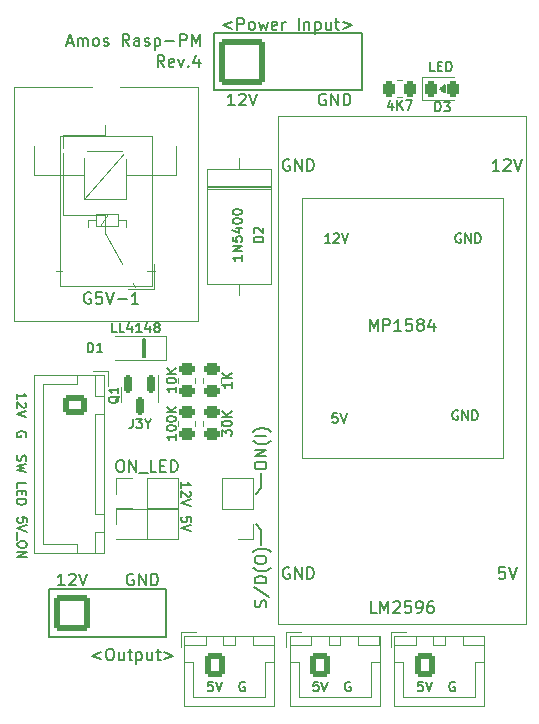
<source format=gbr>
%TF.GenerationSoftware,KiCad,Pcbnew,7.0.7*%
%TF.CreationDate,2023-10-14T15:04:30+09:00*%
%TF.ProjectId,rasp_power_module,72617370-5f70-46f7-9765-725f6d6f6475,4*%
%TF.SameCoordinates,PX74269e8PY6f4e628*%
%TF.FileFunction,Legend,Top*%
%TF.FilePolarity,Positive*%
%FSLAX46Y46*%
G04 Gerber Fmt 4.6, Leading zero omitted, Abs format (unit mm)*
G04 Created by KiCad (PCBNEW 7.0.7) date 2023-10-14 15:04:30*
%MOMM*%
%LPD*%
G01*
G04 APERTURE LIST*
G04 Aperture macros list*
%AMRoundRect*
0 Rectangle with rounded corners*
0 $1 Rounding radius*
0 $2 $3 $4 $5 $6 $7 $8 $9 X,Y pos of 4 corners*
0 Add a 4 corners polygon primitive as box body*
4,1,4,$2,$3,$4,$5,$6,$7,$8,$9,$2,$3,0*
0 Add four circle primitives for the rounded corners*
1,1,$1+$1,$2,$3*
1,1,$1+$1,$4,$5*
1,1,$1+$1,$6,$7*
1,1,$1+$1,$8,$9*
0 Add four rect primitives between the rounded corners*
20,1,$1+$1,$2,$3,$4,$5,0*
20,1,$1+$1,$4,$5,$6,$7,0*
20,1,$1+$1,$6,$7,$8,$9,0*
20,1,$1+$1,$8,$9,$2,$3,0*%
G04 Aperture macros list end*
%ADD10C,0.150000*%
%ADD11C,0.120000*%
%ADD12C,1.524000*%
%ADD13RoundRect,0.250000X0.450000X-0.262500X0.450000X0.262500X-0.450000X0.262500X-0.450000X-0.262500X0*%
%ADD14R,3.000000X3.000000*%
%ADD15R,1.700000X1.700000*%
%ADD16O,1.700000X1.700000*%
%ADD17RoundRect,0.250000X-0.450000X0.262500X-0.450000X-0.262500X0.450000X-0.262500X0.450000X0.262500X0*%
%ADD18RoundRect,0.249999X-1.300001X-1.300001X1.300001X-1.300001X1.300001X1.300001X-1.300001X1.300001X0*%
%ADD19C,3.100000*%
%ADD20R,3.200000X3.200000*%
%ADD21O,3.200000X3.200000*%
%ADD22R,2.000000X2.000000*%
%ADD23C,2.000000*%
%ADD24RoundRect,0.250000X-0.600000X-0.750000X0.600000X-0.750000X0.600000X0.750000X-0.600000X0.750000X0*%
%ADD25O,1.700000X2.000000*%
%ADD26RoundRect,0.250000X-0.262500X-0.450000X0.262500X-0.450000X0.262500X0.450000X-0.262500X0.450000X0*%
%ADD27RoundRect,0.243750X-0.243750X-0.456250X0.243750X-0.456250X0.243750X0.456250X-0.243750X0.456250X0*%
%ADD28RoundRect,0.250002X-1.699998X-1.699998X1.699998X-1.699998X1.699998X1.699998X-1.699998X1.699998X0*%
%ADD29C,3.900000*%
%ADD30RoundRect,0.150000X-0.150000X0.587500X-0.150000X-0.587500X0.150000X-0.587500X0.150000X0.587500X0*%
%ADD31C,3.000000*%
%ADD32C,2.500000*%
%ADD33R,1.300000X1.700000*%
%ADD34RoundRect,0.250000X-0.725000X0.600000X-0.725000X-0.600000X0.725000X-0.600000X0.725000X0.600000X0*%
%ADD35O,1.950000X1.700000*%
G04 APERTURE END LIST*
D10*
X11201400Y31775400D02*
X11404600Y31775400D01*
X11404600Y30251400D01*
X11201400Y30251400D01*
X11201400Y31775400D01*
G36*
X11201400Y31775400D02*
G01*
X11404600Y31775400D01*
X11404600Y30251400D01*
X11201400Y30251400D01*
X11201400Y31775400D01*
G37*
X3225800Y10591800D02*
X13131800Y10591800D01*
X13131800Y6527800D01*
X3225800Y6527800D01*
X3225800Y10591800D01*
X20761000Y18648200D02*
X21209000Y19126200D01*
X17246600Y57632600D02*
X29743400Y57632600D01*
X29743400Y52857400D01*
X17246600Y52857400D01*
X17246600Y57632600D01*
X21209000Y19126200D02*
X21209000Y20396200D01*
X21209000Y15621000D02*
X21209000Y14351000D01*
X20761000Y16078200D02*
X21209000Y15621000D01*
X15245904Y16281381D02*
X15245904Y16662333D01*
X15245904Y16662333D02*
X14864952Y16700429D01*
X14864952Y16700429D02*
X14903047Y16662333D01*
X14903047Y16662333D02*
X14941142Y16586143D01*
X14941142Y16586143D02*
X14941142Y16395667D01*
X14941142Y16395667D02*
X14903047Y16319476D01*
X14903047Y16319476D02*
X14864952Y16281381D01*
X14864952Y16281381D02*
X14788761Y16243286D01*
X14788761Y16243286D02*
X14598285Y16243286D01*
X14598285Y16243286D02*
X14522095Y16281381D01*
X14522095Y16281381D02*
X14484000Y16319476D01*
X14484000Y16319476D02*
X14445904Y16395667D01*
X14445904Y16395667D02*
X14445904Y16586143D01*
X14445904Y16586143D02*
X14484000Y16662333D01*
X14484000Y16662333D02*
X14522095Y16700429D01*
X15245904Y16014714D02*
X14445904Y15748047D01*
X14445904Y15748047D02*
X15245904Y15481381D01*
X21616200Y9057001D02*
X21663819Y9199858D01*
X21663819Y9199858D02*
X21663819Y9437953D01*
X21663819Y9437953D02*
X21616200Y9533191D01*
X21616200Y9533191D02*
X21568580Y9580810D01*
X21568580Y9580810D02*
X21473342Y9628429D01*
X21473342Y9628429D02*
X21378104Y9628429D01*
X21378104Y9628429D02*
X21282866Y9580810D01*
X21282866Y9580810D02*
X21235247Y9533191D01*
X21235247Y9533191D02*
X21187628Y9437953D01*
X21187628Y9437953D02*
X21140009Y9247477D01*
X21140009Y9247477D02*
X21092390Y9152239D01*
X21092390Y9152239D02*
X21044771Y9104620D01*
X21044771Y9104620D02*
X20949533Y9057001D01*
X20949533Y9057001D02*
X20854295Y9057001D01*
X20854295Y9057001D02*
X20759057Y9104620D01*
X20759057Y9104620D02*
X20711438Y9152239D01*
X20711438Y9152239D02*
X20663819Y9247477D01*
X20663819Y9247477D02*
X20663819Y9485572D01*
X20663819Y9485572D02*
X20711438Y9628429D01*
X20616200Y10771286D02*
X21901914Y9914144D01*
X21663819Y11104620D02*
X20663819Y11104620D01*
X20663819Y11104620D02*
X20663819Y11342715D01*
X20663819Y11342715D02*
X20711438Y11485572D01*
X20711438Y11485572D02*
X20806676Y11580810D01*
X20806676Y11580810D02*
X20901914Y11628429D01*
X20901914Y11628429D02*
X21092390Y11676048D01*
X21092390Y11676048D02*
X21235247Y11676048D01*
X21235247Y11676048D02*
X21425723Y11628429D01*
X21425723Y11628429D02*
X21520961Y11580810D01*
X21520961Y11580810D02*
X21616200Y11485572D01*
X21616200Y11485572D02*
X21663819Y11342715D01*
X21663819Y11342715D02*
X21663819Y11104620D01*
X22044771Y12390334D02*
X21997152Y12342715D01*
X21997152Y12342715D02*
X21854295Y12247477D01*
X21854295Y12247477D02*
X21759057Y12199858D01*
X21759057Y12199858D02*
X21616200Y12152239D01*
X21616200Y12152239D02*
X21378104Y12104620D01*
X21378104Y12104620D02*
X21187628Y12104620D01*
X21187628Y12104620D02*
X20949533Y12152239D01*
X20949533Y12152239D02*
X20806676Y12199858D01*
X20806676Y12199858D02*
X20711438Y12247477D01*
X20711438Y12247477D02*
X20568580Y12342715D01*
X20568580Y12342715D02*
X20520961Y12390334D01*
X20663819Y12961763D02*
X20663819Y13152239D01*
X20663819Y13152239D02*
X20711438Y13247477D01*
X20711438Y13247477D02*
X20806676Y13342715D01*
X20806676Y13342715D02*
X20997152Y13390334D01*
X20997152Y13390334D02*
X21330485Y13390334D01*
X21330485Y13390334D02*
X21520961Y13342715D01*
X21520961Y13342715D02*
X21616200Y13247477D01*
X21616200Y13247477D02*
X21663819Y13152239D01*
X21663819Y13152239D02*
X21663819Y12961763D01*
X21663819Y12961763D02*
X21616200Y12866525D01*
X21616200Y12866525D02*
X21520961Y12771287D01*
X21520961Y12771287D02*
X21330485Y12723668D01*
X21330485Y12723668D02*
X20997152Y12723668D01*
X20997152Y12723668D02*
X20806676Y12771287D01*
X20806676Y12771287D02*
X20711438Y12866525D01*
X20711438Y12866525D02*
X20663819Y12961763D01*
X22044771Y13723668D02*
X21997152Y13771287D01*
X21997152Y13771287D02*
X21854295Y13866525D01*
X21854295Y13866525D02*
X21759057Y13914144D01*
X21759057Y13914144D02*
X21616200Y13961763D01*
X21616200Y13961763D02*
X21378104Y14009382D01*
X21378104Y14009382D02*
X21187628Y14009382D01*
X21187628Y14009382D02*
X20949533Y13961763D01*
X20949533Y13961763D02*
X20806676Y13914144D01*
X20806676Y13914144D02*
X20711438Y13866525D01*
X20711438Y13866525D02*
X20568580Y13771287D01*
X20568580Y13771287D02*
X20520961Y13723668D01*
X1377504Y16255838D02*
X1377504Y16636790D01*
X1377504Y16636790D02*
X996552Y16674886D01*
X996552Y16674886D02*
X1034647Y16636790D01*
X1034647Y16636790D02*
X1072742Y16560600D01*
X1072742Y16560600D02*
X1072742Y16370124D01*
X1072742Y16370124D02*
X1034647Y16293933D01*
X1034647Y16293933D02*
X996552Y16255838D01*
X996552Y16255838D02*
X920361Y16217743D01*
X920361Y16217743D02*
X729885Y16217743D01*
X729885Y16217743D02*
X653695Y16255838D01*
X653695Y16255838D02*
X615600Y16293933D01*
X615600Y16293933D02*
X577504Y16370124D01*
X577504Y16370124D02*
X577504Y16560600D01*
X577504Y16560600D02*
X615600Y16636790D01*
X615600Y16636790D02*
X653695Y16674886D01*
X1377504Y15989171D02*
X577504Y15722504D01*
X577504Y15722504D02*
X1377504Y15455838D01*
X501314Y15379647D02*
X501314Y14770124D01*
X1377504Y14427266D02*
X1377504Y14274885D01*
X1377504Y14274885D02*
X1339409Y14198695D01*
X1339409Y14198695D02*
X1263219Y14122504D01*
X1263219Y14122504D02*
X1110838Y14084409D01*
X1110838Y14084409D02*
X844171Y14084409D01*
X844171Y14084409D02*
X691790Y14122504D01*
X691790Y14122504D02*
X615600Y14198695D01*
X615600Y14198695D02*
X577504Y14274885D01*
X577504Y14274885D02*
X577504Y14427266D01*
X577504Y14427266D02*
X615600Y14503457D01*
X615600Y14503457D02*
X691790Y14579647D01*
X691790Y14579647D02*
X844171Y14617743D01*
X844171Y14617743D02*
X1110838Y14617743D01*
X1110838Y14617743D02*
X1263219Y14579647D01*
X1263219Y14579647D02*
X1339409Y14503457D01*
X1339409Y14503457D02*
X1377504Y14427266D01*
X577504Y13741552D02*
X1377504Y13741552D01*
X1377504Y13741552D02*
X577504Y13284409D01*
X577504Y13284409D02*
X1377504Y13284409D01*
X564800Y21894715D02*
X526704Y21780429D01*
X526704Y21780429D02*
X526704Y21589953D01*
X526704Y21589953D02*
X564800Y21513762D01*
X564800Y21513762D02*
X602895Y21475667D01*
X602895Y21475667D02*
X679085Y21437572D01*
X679085Y21437572D02*
X755276Y21437572D01*
X755276Y21437572D02*
X831466Y21475667D01*
X831466Y21475667D02*
X869561Y21513762D01*
X869561Y21513762D02*
X907657Y21589953D01*
X907657Y21589953D02*
X945752Y21742334D01*
X945752Y21742334D02*
X983847Y21818524D01*
X983847Y21818524D02*
X1021942Y21856619D01*
X1021942Y21856619D02*
X1098133Y21894715D01*
X1098133Y21894715D02*
X1174323Y21894715D01*
X1174323Y21894715D02*
X1250514Y21856619D01*
X1250514Y21856619D02*
X1288609Y21818524D01*
X1288609Y21818524D02*
X1326704Y21742334D01*
X1326704Y21742334D02*
X1326704Y21551857D01*
X1326704Y21551857D02*
X1288609Y21437572D01*
X1326704Y21170905D02*
X526704Y20980429D01*
X526704Y20980429D02*
X1098133Y20828048D01*
X1098133Y20828048D02*
X526704Y20675667D01*
X526704Y20675667D02*
X1326704Y20485190D01*
X23593588Y12385562D02*
X23498350Y12433181D01*
X23498350Y12433181D02*
X23355493Y12433181D01*
X23355493Y12433181D02*
X23212636Y12385562D01*
X23212636Y12385562D02*
X23117398Y12290324D01*
X23117398Y12290324D02*
X23069779Y12195086D01*
X23069779Y12195086D02*
X23022160Y12004610D01*
X23022160Y12004610D02*
X23022160Y11861753D01*
X23022160Y11861753D02*
X23069779Y11671277D01*
X23069779Y11671277D02*
X23117398Y11576039D01*
X23117398Y11576039D02*
X23212636Y11480800D01*
X23212636Y11480800D02*
X23355493Y11433181D01*
X23355493Y11433181D02*
X23450731Y11433181D01*
X23450731Y11433181D02*
X23593588Y11480800D01*
X23593588Y11480800D02*
X23641207Y11528420D01*
X23641207Y11528420D02*
X23641207Y11861753D01*
X23641207Y11861753D02*
X23450731Y11861753D01*
X24069779Y11433181D02*
X24069779Y12433181D01*
X24069779Y12433181D02*
X24641207Y11433181D01*
X24641207Y11433181D02*
X24641207Y12433181D01*
X25117398Y11433181D02*
X25117398Y12433181D01*
X25117398Y12433181D02*
X25355493Y12433181D01*
X25355493Y12433181D02*
X25498350Y12385562D01*
X25498350Y12385562D02*
X25593588Y12290324D01*
X25593588Y12290324D02*
X25641207Y12195086D01*
X25641207Y12195086D02*
X25688826Y12004610D01*
X25688826Y12004610D02*
X25688826Y11861753D01*
X25688826Y11861753D02*
X25641207Y11671277D01*
X25641207Y11671277D02*
X25593588Y11576039D01*
X25593588Y11576039D02*
X25498350Y11480800D01*
X25498350Y11480800D02*
X25355493Y11433181D01*
X25355493Y11433181D02*
X25117398Y11433181D01*
X18729914Y58606448D02*
X17968009Y58320734D01*
X17968009Y58320734D02*
X18729914Y58035020D01*
X19206104Y57939781D02*
X19206104Y58939781D01*
X19206104Y58939781D02*
X19587056Y58939781D01*
X19587056Y58939781D02*
X19682294Y58892162D01*
X19682294Y58892162D02*
X19729913Y58844543D01*
X19729913Y58844543D02*
X19777532Y58749305D01*
X19777532Y58749305D02*
X19777532Y58606448D01*
X19777532Y58606448D02*
X19729913Y58511210D01*
X19729913Y58511210D02*
X19682294Y58463591D01*
X19682294Y58463591D02*
X19587056Y58415972D01*
X19587056Y58415972D02*
X19206104Y58415972D01*
X20348961Y57939781D02*
X20253723Y57987400D01*
X20253723Y57987400D02*
X20206104Y58035020D01*
X20206104Y58035020D02*
X20158485Y58130258D01*
X20158485Y58130258D02*
X20158485Y58415972D01*
X20158485Y58415972D02*
X20206104Y58511210D01*
X20206104Y58511210D02*
X20253723Y58558829D01*
X20253723Y58558829D02*
X20348961Y58606448D01*
X20348961Y58606448D02*
X20491818Y58606448D01*
X20491818Y58606448D02*
X20587056Y58558829D01*
X20587056Y58558829D02*
X20634675Y58511210D01*
X20634675Y58511210D02*
X20682294Y58415972D01*
X20682294Y58415972D02*
X20682294Y58130258D01*
X20682294Y58130258D02*
X20634675Y58035020D01*
X20634675Y58035020D02*
X20587056Y57987400D01*
X20587056Y57987400D02*
X20491818Y57939781D01*
X20491818Y57939781D02*
X20348961Y57939781D01*
X21015628Y58606448D02*
X21206104Y57939781D01*
X21206104Y57939781D02*
X21396580Y58415972D01*
X21396580Y58415972D02*
X21587056Y57939781D01*
X21587056Y57939781D02*
X21777532Y58606448D01*
X22539437Y57987400D02*
X22444199Y57939781D01*
X22444199Y57939781D02*
X22253723Y57939781D01*
X22253723Y57939781D02*
X22158485Y57987400D01*
X22158485Y57987400D02*
X22110866Y58082639D01*
X22110866Y58082639D02*
X22110866Y58463591D01*
X22110866Y58463591D02*
X22158485Y58558829D01*
X22158485Y58558829D02*
X22253723Y58606448D01*
X22253723Y58606448D02*
X22444199Y58606448D01*
X22444199Y58606448D02*
X22539437Y58558829D01*
X22539437Y58558829D02*
X22587056Y58463591D01*
X22587056Y58463591D02*
X22587056Y58368353D01*
X22587056Y58368353D02*
X22110866Y58273115D01*
X23015628Y57939781D02*
X23015628Y58606448D01*
X23015628Y58415972D02*
X23063247Y58511210D01*
X23063247Y58511210D02*
X23110866Y58558829D01*
X23110866Y58558829D02*
X23206104Y58606448D01*
X23206104Y58606448D02*
X23301342Y58606448D01*
X24396581Y57939781D02*
X24396581Y58939781D01*
X24872771Y58606448D02*
X24872771Y57939781D01*
X24872771Y58511210D02*
X24920390Y58558829D01*
X24920390Y58558829D02*
X25015628Y58606448D01*
X25015628Y58606448D02*
X25158485Y58606448D01*
X25158485Y58606448D02*
X25253723Y58558829D01*
X25253723Y58558829D02*
X25301342Y58463591D01*
X25301342Y58463591D02*
X25301342Y57939781D01*
X25777533Y58606448D02*
X25777533Y57606448D01*
X25777533Y58558829D02*
X25872771Y58606448D01*
X25872771Y58606448D02*
X26063247Y58606448D01*
X26063247Y58606448D02*
X26158485Y58558829D01*
X26158485Y58558829D02*
X26206104Y58511210D01*
X26206104Y58511210D02*
X26253723Y58415972D01*
X26253723Y58415972D02*
X26253723Y58130258D01*
X26253723Y58130258D02*
X26206104Y58035020D01*
X26206104Y58035020D02*
X26158485Y57987400D01*
X26158485Y57987400D02*
X26063247Y57939781D01*
X26063247Y57939781D02*
X25872771Y57939781D01*
X25872771Y57939781D02*
X25777533Y57987400D01*
X27110866Y58606448D02*
X27110866Y57939781D01*
X26682295Y58606448D02*
X26682295Y58082639D01*
X26682295Y58082639D02*
X26729914Y57987400D01*
X26729914Y57987400D02*
X26825152Y57939781D01*
X26825152Y57939781D02*
X26968009Y57939781D01*
X26968009Y57939781D02*
X27063247Y57987400D01*
X27063247Y57987400D02*
X27110866Y58035020D01*
X27444200Y58606448D02*
X27825152Y58606448D01*
X27587057Y58939781D02*
X27587057Y58082639D01*
X27587057Y58082639D02*
X27634676Y57987400D01*
X27634676Y57987400D02*
X27729914Y57939781D01*
X27729914Y57939781D02*
X27825152Y57939781D01*
X28158486Y58606448D02*
X28920391Y58320734D01*
X28920391Y58320734D02*
X28158486Y58035020D01*
X10388695Y11851362D02*
X10293457Y11898981D01*
X10293457Y11898981D02*
X10150600Y11898981D01*
X10150600Y11898981D02*
X10007743Y11851362D01*
X10007743Y11851362D02*
X9912505Y11756124D01*
X9912505Y11756124D02*
X9864886Y11660886D01*
X9864886Y11660886D02*
X9817267Y11470410D01*
X9817267Y11470410D02*
X9817267Y11327553D01*
X9817267Y11327553D02*
X9864886Y11137077D01*
X9864886Y11137077D02*
X9912505Y11041839D01*
X9912505Y11041839D02*
X10007743Y10946600D01*
X10007743Y10946600D02*
X10150600Y10898981D01*
X10150600Y10898981D02*
X10245838Y10898981D01*
X10245838Y10898981D02*
X10388695Y10946600D01*
X10388695Y10946600D02*
X10436314Y10994220D01*
X10436314Y10994220D02*
X10436314Y11327553D01*
X10436314Y11327553D02*
X10245838Y11327553D01*
X10864886Y10898981D02*
X10864886Y11898981D01*
X10864886Y11898981D02*
X11436314Y10898981D01*
X11436314Y10898981D02*
X11436314Y11898981D01*
X11912505Y10898981D02*
X11912505Y11898981D01*
X11912505Y11898981D02*
X12150600Y11898981D01*
X12150600Y11898981D02*
X12293457Y11851362D01*
X12293457Y11851362D02*
X12388695Y11756124D01*
X12388695Y11756124D02*
X12436314Y11660886D01*
X12436314Y11660886D02*
X12483933Y11470410D01*
X12483933Y11470410D02*
X12483933Y11327553D01*
X12483933Y11327553D02*
X12436314Y11137077D01*
X12436314Y11137077D02*
X12388695Y11041839D01*
X12388695Y11041839D02*
X12293457Y10946600D01*
X12293457Y10946600D02*
X12150600Y10898981D01*
X12150600Y10898981D02*
X11912505Y10898981D01*
X526704Y19183286D02*
X526704Y19564238D01*
X526704Y19564238D02*
X1326704Y19564238D01*
X945752Y18916619D02*
X945752Y18649953D01*
X526704Y18535667D02*
X526704Y18916619D01*
X526704Y18916619D02*
X1326704Y18916619D01*
X1326704Y18916619D02*
X1326704Y18535667D01*
X526704Y18192809D02*
X1326704Y18192809D01*
X1326704Y18192809D02*
X1326704Y18002333D01*
X1326704Y18002333D02*
X1288609Y17888047D01*
X1288609Y17888047D02*
X1212419Y17811857D01*
X1212419Y17811857D02*
X1136228Y17773762D01*
X1136228Y17773762D02*
X983847Y17735666D01*
X983847Y17735666D02*
X869561Y17735666D01*
X869561Y17735666D02*
X717180Y17773762D01*
X717180Y17773762D02*
X640990Y17811857D01*
X640990Y17811857D02*
X564800Y17888047D01*
X564800Y17888047D02*
X526704Y18002333D01*
X526704Y18002333D02*
X526704Y18192809D01*
X30980333Y8562181D02*
X30504143Y8562181D01*
X30504143Y8562181D02*
X30504143Y9562181D01*
X31313667Y8562181D02*
X31313667Y9562181D01*
X31313667Y9562181D02*
X31647000Y8847896D01*
X31647000Y8847896D02*
X31980333Y9562181D01*
X31980333Y9562181D02*
X31980333Y8562181D01*
X32408905Y9466943D02*
X32456524Y9514562D01*
X32456524Y9514562D02*
X32551762Y9562181D01*
X32551762Y9562181D02*
X32789857Y9562181D01*
X32789857Y9562181D02*
X32885095Y9514562D01*
X32885095Y9514562D02*
X32932714Y9466943D01*
X32932714Y9466943D02*
X32980333Y9371705D01*
X32980333Y9371705D02*
X32980333Y9276467D01*
X32980333Y9276467D02*
X32932714Y9133610D01*
X32932714Y9133610D02*
X32361286Y8562181D01*
X32361286Y8562181D02*
X32980333Y8562181D01*
X33885095Y9562181D02*
X33408905Y9562181D01*
X33408905Y9562181D02*
X33361286Y9085991D01*
X33361286Y9085991D02*
X33408905Y9133610D01*
X33408905Y9133610D02*
X33504143Y9181229D01*
X33504143Y9181229D02*
X33742238Y9181229D01*
X33742238Y9181229D02*
X33837476Y9133610D01*
X33837476Y9133610D02*
X33885095Y9085991D01*
X33885095Y9085991D02*
X33932714Y8990753D01*
X33932714Y8990753D02*
X33932714Y8752658D01*
X33932714Y8752658D02*
X33885095Y8657420D01*
X33885095Y8657420D02*
X33837476Y8609800D01*
X33837476Y8609800D02*
X33742238Y8562181D01*
X33742238Y8562181D02*
X33504143Y8562181D01*
X33504143Y8562181D02*
X33408905Y8609800D01*
X33408905Y8609800D02*
X33361286Y8657420D01*
X34408905Y8562181D02*
X34599381Y8562181D01*
X34599381Y8562181D02*
X34694619Y8609800D01*
X34694619Y8609800D02*
X34742238Y8657420D01*
X34742238Y8657420D02*
X34837476Y8800277D01*
X34837476Y8800277D02*
X34885095Y8990753D01*
X34885095Y8990753D02*
X34885095Y9371705D01*
X34885095Y9371705D02*
X34837476Y9466943D01*
X34837476Y9466943D02*
X34789857Y9514562D01*
X34789857Y9514562D02*
X34694619Y9562181D01*
X34694619Y9562181D02*
X34504143Y9562181D01*
X34504143Y9562181D02*
X34408905Y9514562D01*
X34408905Y9514562D02*
X34361286Y9466943D01*
X34361286Y9466943D02*
X34313667Y9371705D01*
X34313667Y9371705D02*
X34313667Y9133610D01*
X34313667Y9133610D02*
X34361286Y9038372D01*
X34361286Y9038372D02*
X34408905Y8990753D01*
X34408905Y8990753D02*
X34504143Y8943134D01*
X34504143Y8943134D02*
X34694619Y8943134D01*
X34694619Y8943134D02*
X34789857Y8990753D01*
X34789857Y8990753D02*
X34837476Y9038372D01*
X34837476Y9038372D02*
X34885095Y9133610D01*
X35742238Y9562181D02*
X35551762Y9562181D01*
X35551762Y9562181D02*
X35456524Y9514562D01*
X35456524Y9514562D02*
X35408905Y9466943D01*
X35408905Y9466943D02*
X35313667Y9324086D01*
X35313667Y9324086D02*
X35266048Y9133610D01*
X35266048Y9133610D02*
X35266048Y8752658D01*
X35266048Y8752658D02*
X35313667Y8657420D01*
X35313667Y8657420D02*
X35361286Y8609800D01*
X35361286Y8609800D02*
X35456524Y8562181D01*
X35456524Y8562181D02*
X35647000Y8562181D01*
X35647000Y8562181D02*
X35742238Y8609800D01*
X35742238Y8609800D02*
X35789857Y8657420D01*
X35789857Y8657420D02*
X35837476Y8752658D01*
X35837476Y8752658D02*
X35837476Y8990753D01*
X35837476Y8990753D02*
X35789857Y9085991D01*
X35789857Y9085991D02*
X35742238Y9133610D01*
X35742238Y9133610D02*
X35647000Y9181229D01*
X35647000Y9181229D02*
X35456524Y9181229D01*
X35456524Y9181229D02*
X35361286Y9133610D01*
X35361286Y9133610D02*
X35313667Y9085991D01*
X35313667Y9085991D02*
X35266048Y8990753D01*
X41373588Y45977181D02*
X40802160Y45977181D01*
X41087874Y45977181D02*
X41087874Y46977181D01*
X41087874Y46977181D02*
X40992636Y46834324D01*
X40992636Y46834324D02*
X40897398Y46739086D01*
X40897398Y46739086D02*
X40802160Y46691467D01*
X41754541Y46881943D02*
X41802160Y46929562D01*
X41802160Y46929562D02*
X41897398Y46977181D01*
X41897398Y46977181D02*
X42135493Y46977181D01*
X42135493Y46977181D02*
X42230731Y46929562D01*
X42230731Y46929562D02*
X42278350Y46881943D01*
X42278350Y46881943D02*
X42325969Y46786705D01*
X42325969Y46786705D02*
X42325969Y46691467D01*
X42325969Y46691467D02*
X42278350Y46548610D01*
X42278350Y46548610D02*
X41706922Y45977181D01*
X41706922Y45977181D02*
X42325969Y45977181D01*
X42611684Y46977181D02*
X42945017Y45977181D01*
X42945017Y45977181D02*
X43278350Y46977181D01*
X9199857Y21500181D02*
X9390333Y21500181D01*
X9390333Y21500181D02*
X9485571Y21452562D01*
X9485571Y21452562D02*
X9580809Y21357324D01*
X9580809Y21357324D02*
X9628428Y21166848D01*
X9628428Y21166848D02*
X9628428Y20833515D01*
X9628428Y20833515D02*
X9580809Y20643039D01*
X9580809Y20643039D02*
X9485571Y20547800D01*
X9485571Y20547800D02*
X9390333Y20500181D01*
X9390333Y20500181D02*
X9199857Y20500181D01*
X9199857Y20500181D02*
X9104619Y20547800D01*
X9104619Y20547800D02*
X9009381Y20643039D01*
X9009381Y20643039D02*
X8961762Y20833515D01*
X8961762Y20833515D02*
X8961762Y21166848D01*
X8961762Y21166848D02*
X9009381Y21357324D01*
X9009381Y21357324D02*
X9104619Y21452562D01*
X9104619Y21452562D02*
X9199857Y21500181D01*
X10057000Y20500181D02*
X10057000Y21500181D01*
X10057000Y21500181D02*
X10628428Y20500181D01*
X10628428Y20500181D02*
X10628428Y21500181D01*
X10866524Y20404943D02*
X11628428Y20404943D01*
X12342714Y20500181D02*
X11866524Y20500181D01*
X11866524Y20500181D02*
X11866524Y21500181D01*
X12676048Y21023991D02*
X13009381Y21023991D01*
X13152238Y20500181D02*
X12676048Y20500181D01*
X12676048Y20500181D02*
X12676048Y21500181D01*
X12676048Y21500181D02*
X13152238Y21500181D01*
X13580810Y20500181D02*
X13580810Y21500181D01*
X13580810Y21500181D02*
X13818905Y21500181D01*
X13818905Y21500181D02*
X13961762Y21452562D01*
X13961762Y21452562D02*
X14057000Y21357324D01*
X14057000Y21357324D02*
X14104619Y21262086D01*
X14104619Y21262086D02*
X14152238Y21071610D01*
X14152238Y21071610D02*
X14152238Y20928753D01*
X14152238Y20928753D02*
X14104619Y20738277D01*
X14104619Y20738277D02*
X14057000Y20643039D01*
X14057000Y20643039D02*
X13961762Y20547800D01*
X13961762Y20547800D02*
X13818905Y20500181D01*
X13818905Y20500181D02*
X13580810Y20500181D01*
X1288609Y23488677D02*
X1326704Y23564867D01*
X1326704Y23564867D02*
X1326704Y23679153D01*
X1326704Y23679153D02*
X1288609Y23793439D01*
X1288609Y23793439D02*
X1212419Y23869629D01*
X1212419Y23869629D02*
X1136228Y23907724D01*
X1136228Y23907724D02*
X983847Y23945820D01*
X983847Y23945820D02*
X869561Y23945820D01*
X869561Y23945820D02*
X717180Y23907724D01*
X717180Y23907724D02*
X640990Y23869629D01*
X640990Y23869629D02*
X564800Y23793439D01*
X564800Y23793439D02*
X526704Y23679153D01*
X526704Y23679153D02*
X526704Y23602962D01*
X526704Y23602962D02*
X564800Y23488677D01*
X564800Y23488677D02*
X602895Y23450581D01*
X602895Y23450581D02*
X869561Y23450581D01*
X869561Y23450581D02*
X869561Y23602962D01*
X20663819Y20955191D02*
X20663819Y21145667D01*
X20663819Y21145667D02*
X20711438Y21240905D01*
X20711438Y21240905D02*
X20806676Y21336143D01*
X20806676Y21336143D02*
X20997152Y21383762D01*
X20997152Y21383762D02*
X21330485Y21383762D01*
X21330485Y21383762D02*
X21520961Y21336143D01*
X21520961Y21336143D02*
X21616200Y21240905D01*
X21616200Y21240905D02*
X21663819Y21145667D01*
X21663819Y21145667D02*
X21663819Y20955191D01*
X21663819Y20955191D02*
X21616200Y20859953D01*
X21616200Y20859953D02*
X21520961Y20764715D01*
X21520961Y20764715D02*
X21330485Y20717096D01*
X21330485Y20717096D02*
X20997152Y20717096D01*
X20997152Y20717096D02*
X20806676Y20764715D01*
X20806676Y20764715D02*
X20711438Y20859953D01*
X20711438Y20859953D02*
X20663819Y20955191D01*
X21663819Y21812334D02*
X20663819Y21812334D01*
X20663819Y21812334D02*
X21663819Y22383762D01*
X21663819Y22383762D02*
X20663819Y22383762D01*
X22044771Y23145667D02*
X21997152Y23098048D01*
X21997152Y23098048D02*
X21854295Y23002810D01*
X21854295Y23002810D02*
X21759057Y22955191D01*
X21759057Y22955191D02*
X21616200Y22907572D01*
X21616200Y22907572D02*
X21378104Y22859953D01*
X21378104Y22859953D02*
X21187628Y22859953D01*
X21187628Y22859953D02*
X20949533Y22907572D01*
X20949533Y22907572D02*
X20806676Y22955191D01*
X20806676Y22955191D02*
X20711438Y23002810D01*
X20711438Y23002810D02*
X20568580Y23098048D01*
X20568580Y23098048D02*
X20520961Y23145667D01*
X21663819Y23526620D02*
X20663819Y23526620D01*
X22044771Y23907572D02*
X21997152Y23955191D01*
X21997152Y23955191D02*
X21854295Y24050429D01*
X21854295Y24050429D02*
X21759057Y24098048D01*
X21759057Y24098048D02*
X21616200Y24145667D01*
X21616200Y24145667D02*
X21378104Y24193286D01*
X21378104Y24193286D02*
X21187628Y24193286D01*
X21187628Y24193286D02*
X20949533Y24145667D01*
X20949533Y24145667D02*
X20806676Y24098048D01*
X20806676Y24098048D02*
X20711438Y24050429D01*
X20711438Y24050429D02*
X20568580Y23955191D01*
X20568580Y23955191D02*
X20520961Y23907572D01*
X14445904Y19164239D02*
X14445904Y19621382D01*
X14445904Y19392810D02*
X15245904Y19392810D01*
X15245904Y19392810D02*
X15131619Y19469001D01*
X15131619Y19469001D02*
X15055428Y19545191D01*
X15055428Y19545191D02*
X15017333Y19621382D01*
X15169714Y18859477D02*
X15207809Y18821381D01*
X15207809Y18821381D02*
X15245904Y18745191D01*
X15245904Y18745191D02*
X15245904Y18554715D01*
X15245904Y18554715D02*
X15207809Y18478524D01*
X15207809Y18478524D02*
X15169714Y18440429D01*
X15169714Y18440429D02*
X15093523Y18402334D01*
X15093523Y18402334D02*
X15017333Y18402334D01*
X15017333Y18402334D02*
X14903047Y18440429D01*
X14903047Y18440429D02*
X14445904Y18897572D01*
X14445904Y18897572D02*
X14445904Y18402334D01*
X15245904Y18173762D02*
X14445904Y17907095D01*
X14445904Y17907095D02*
X15245904Y17640429D01*
X18975952Y51538981D02*
X18404524Y51538981D01*
X18690238Y51538981D02*
X18690238Y52538981D01*
X18690238Y52538981D02*
X18595000Y52396124D01*
X18595000Y52396124D02*
X18499762Y52300886D01*
X18499762Y52300886D02*
X18404524Y52253267D01*
X19356905Y52443743D02*
X19404524Y52491362D01*
X19404524Y52491362D02*
X19499762Y52538981D01*
X19499762Y52538981D02*
X19737857Y52538981D01*
X19737857Y52538981D02*
X19833095Y52491362D01*
X19833095Y52491362D02*
X19880714Y52443743D01*
X19880714Y52443743D02*
X19928333Y52348505D01*
X19928333Y52348505D02*
X19928333Y52253267D01*
X19928333Y52253267D02*
X19880714Y52110410D01*
X19880714Y52110410D02*
X19309286Y51538981D01*
X19309286Y51538981D02*
X19928333Y51538981D01*
X20214048Y52538981D02*
X20547381Y51538981D01*
X20547381Y51538981D02*
X20880714Y52538981D01*
X23593588Y46929562D02*
X23498350Y46977181D01*
X23498350Y46977181D02*
X23355493Y46977181D01*
X23355493Y46977181D02*
X23212636Y46929562D01*
X23212636Y46929562D02*
X23117398Y46834324D01*
X23117398Y46834324D02*
X23069779Y46739086D01*
X23069779Y46739086D02*
X23022160Y46548610D01*
X23022160Y46548610D02*
X23022160Y46405753D01*
X23022160Y46405753D02*
X23069779Y46215277D01*
X23069779Y46215277D02*
X23117398Y46120039D01*
X23117398Y46120039D02*
X23212636Y46024800D01*
X23212636Y46024800D02*
X23355493Y45977181D01*
X23355493Y45977181D02*
X23450731Y45977181D01*
X23450731Y45977181D02*
X23593588Y46024800D01*
X23593588Y46024800D02*
X23641207Y46072420D01*
X23641207Y46072420D02*
X23641207Y46405753D01*
X23641207Y46405753D02*
X23450731Y46405753D01*
X24069779Y45977181D02*
X24069779Y46977181D01*
X24069779Y46977181D02*
X24641207Y45977181D01*
X24641207Y45977181D02*
X24641207Y46977181D01*
X25117398Y45977181D02*
X25117398Y46977181D01*
X25117398Y46977181D02*
X25355493Y46977181D01*
X25355493Y46977181D02*
X25498350Y46929562D01*
X25498350Y46929562D02*
X25593588Y46834324D01*
X25593588Y46834324D02*
X25641207Y46739086D01*
X25641207Y46739086D02*
X25688826Y46548610D01*
X25688826Y46548610D02*
X25688826Y46405753D01*
X25688826Y46405753D02*
X25641207Y46215277D01*
X25641207Y46215277D02*
X25593588Y46120039D01*
X25593588Y46120039D02*
X25498350Y46024800D01*
X25498350Y46024800D02*
X25355493Y45977181D01*
X25355493Y45977181D02*
X25117398Y45977181D01*
X10337876Y24999505D02*
X10337876Y24428077D01*
X10337876Y24428077D02*
X10299781Y24313791D01*
X10299781Y24313791D02*
X10223590Y24237600D01*
X10223590Y24237600D02*
X10109305Y24199505D01*
X10109305Y24199505D02*
X10033114Y24199505D01*
X10642638Y24999505D02*
X11137876Y24999505D01*
X11137876Y24999505D02*
X10871210Y24694743D01*
X10871210Y24694743D02*
X10985495Y24694743D01*
X10985495Y24694743D02*
X11061686Y24656648D01*
X11061686Y24656648D02*
X11099781Y24618553D01*
X11099781Y24618553D02*
X11137876Y24542362D01*
X11137876Y24542362D02*
X11137876Y24351886D01*
X11137876Y24351886D02*
X11099781Y24275696D01*
X11099781Y24275696D02*
X11061686Y24237600D01*
X11061686Y24237600D02*
X10985495Y24199505D01*
X10985495Y24199505D02*
X10756924Y24199505D01*
X10756924Y24199505D02*
X10680733Y24237600D01*
X10680733Y24237600D02*
X10642638Y24275696D01*
X11633115Y24580458D02*
X11633115Y24199505D01*
X11366448Y24999505D02*
X11633115Y24580458D01*
X11633115Y24580458D02*
X11899781Y24999505D01*
X26041495Y2749105D02*
X25660543Y2749105D01*
X25660543Y2749105D02*
X25622447Y2368153D01*
X25622447Y2368153D02*
X25660543Y2406248D01*
X25660543Y2406248D02*
X25736733Y2444343D01*
X25736733Y2444343D02*
X25927209Y2444343D01*
X25927209Y2444343D02*
X26003400Y2406248D01*
X26003400Y2406248D02*
X26041495Y2368153D01*
X26041495Y2368153D02*
X26079590Y2291962D01*
X26079590Y2291962D02*
X26079590Y2101486D01*
X26079590Y2101486D02*
X26041495Y2025296D01*
X26041495Y2025296D02*
X26003400Y1987200D01*
X26003400Y1987200D02*
X25927209Y1949105D01*
X25927209Y1949105D02*
X25736733Y1949105D01*
X25736733Y1949105D02*
X25660543Y1987200D01*
X25660543Y1987200D02*
X25622447Y2025296D01*
X26308162Y2749105D02*
X26574829Y1949105D01*
X26574829Y1949105D02*
X26841495Y2749105D01*
X28746257Y2711010D02*
X28670067Y2749105D01*
X28670067Y2749105D02*
X28555781Y2749105D01*
X28555781Y2749105D02*
X28441495Y2711010D01*
X28441495Y2711010D02*
X28365305Y2634820D01*
X28365305Y2634820D02*
X28327210Y2558629D01*
X28327210Y2558629D02*
X28289114Y2406248D01*
X28289114Y2406248D02*
X28289114Y2291962D01*
X28289114Y2291962D02*
X28327210Y2139581D01*
X28327210Y2139581D02*
X28365305Y2063391D01*
X28365305Y2063391D02*
X28441495Y1987200D01*
X28441495Y1987200D02*
X28555781Y1949105D01*
X28555781Y1949105D02*
X28631972Y1949105D01*
X28631972Y1949105D02*
X28746257Y1987200D01*
X28746257Y1987200D02*
X28784353Y2025296D01*
X28784353Y2025296D02*
X28784353Y2291962D01*
X28784353Y2291962D02*
X28631972Y2291962D01*
X36750600Y52697839D02*
X36750600Y53174029D01*
X36722029Y52697839D02*
X36722029Y53174029D01*
X36693457Y52745458D02*
X36693457Y53126410D01*
X36664886Y52745458D02*
X36664886Y53126410D01*
X36636314Y52745458D02*
X36636314Y53126410D01*
X36607743Y52793077D02*
X36607743Y53078791D01*
X36579172Y52793077D02*
X36579172Y53078791D01*
X36550600Y52793077D02*
X36550600Y53078791D01*
X36522029Y52840696D02*
X36522029Y53031172D01*
X36493457Y52840696D02*
X36493457Y53031172D01*
X36464886Y52888315D02*
X36464886Y52983553D01*
X36436314Y52888315D02*
X36436314Y52983553D01*
X36407743Y52888315D02*
X36407743Y52983553D01*
X36379172Y52935934D02*
X36407743Y52935934D01*
X36779172Y52697839D02*
X36350600Y52935934D01*
X36350600Y52935934D02*
X36779172Y53174029D01*
X36322029Y52935934D02*
X36779172Y53221648D01*
X36779172Y53221648D02*
X36779172Y52650220D01*
X36779172Y52650220D02*
X36322029Y52935934D01*
X38125476Y40658610D02*
X38049286Y40696705D01*
X38049286Y40696705D02*
X37935000Y40696705D01*
X37935000Y40696705D02*
X37820714Y40658610D01*
X37820714Y40658610D02*
X37744524Y40582420D01*
X37744524Y40582420D02*
X37706429Y40506229D01*
X37706429Y40506229D02*
X37668333Y40353848D01*
X37668333Y40353848D02*
X37668333Y40239562D01*
X37668333Y40239562D02*
X37706429Y40087181D01*
X37706429Y40087181D02*
X37744524Y40010991D01*
X37744524Y40010991D02*
X37820714Y39934800D01*
X37820714Y39934800D02*
X37935000Y39896705D01*
X37935000Y39896705D02*
X38011191Y39896705D01*
X38011191Y39896705D02*
X38125476Y39934800D01*
X38125476Y39934800D02*
X38163572Y39972896D01*
X38163572Y39972896D02*
X38163572Y40239562D01*
X38163572Y40239562D02*
X38011191Y40239562D01*
X38506429Y39896705D02*
X38506429Y40696705D01*
X38506429Y40696705D02*
X38963572Y39896705D01*
X38963572Y39896705D02*
X38963572Y40696705D01*
X39344524Y39896705D02*
X39344524Y40696705D01*
X39344524Y40696705D02*
X39535000Y40696705D01*
X39535000Y40696705D02*
X39649286Y40658610D01*
X39649286Y40658610D02*
X39725476Y40582420D01*
X39725476Y40582420D02*
X39763571Y40506229D01*
X39763571Y40506229D02*
X39801667Y40353848D01*
X39801667Y40353848D02*
X39801667Y40239562D01*
X39801667Y40239562D02*
X39763571Y40087181D01*
X39763571Y40087181D02*
X39725476Y40010991D01*
X39725476Y40010991D02*
X39649286Y39934800D01*
X39649286Y39934800D02*
X39535000Y39896705D01*
X39535000Y39896705D02*
X39344524Y39896705D01*
X34880695Y2749105D02*
X34499743Y2749105D01*
X34499743Y2749105D02*
X34461647Y2368153D01*
X34461647Y2368153D02*
X34499743Y2406248D01*
X34499743Y2406248D02*
X34575933Y2444343D01*
X34575933Y2444343D02*
X34766409Y2444343D01*
X34766409Y2444343D02*
X34842600Y2406248D01*
X34842600Y2406248D02*
X34880695Y2368153D01*
X34880695Y2368153D02*
X34918790Y2291962D01*
X34918790Y2291962D02*
X34918790Y2101486D01*
X34918790Y2101486D02*
X34880695Y2025296D01*
X34880695Y2025296D02*
X34842600Y1987200D01*
X34842600Y1987200D02*
X34766409Y1949105D01*
X34766409Y1949105D02*
X34575933Y1949105D01*
X34575933Y1949105D02*
X34499743Y1987200D01*
X34499743Y1987200D02*
X34461647Y2025296D01*
X35147362Y2749105D02*
X35414029Y1949105D01*
X35414029Y1949105D02*
X35680695Y2749105D01*
X37585457Y2711010D02*
X37509267Y2749105D01*
X37509267Y2749105D02*
X37394981Y2749105D01*
X37394981Y2749105D02*
X37280695Y2711010D01*
X37280695Y2711010D02*
X37204505Y2634820D01*
X37204505Y2634820D02*
X37166410Y2558629D01*
X37166410Y2558629D02*
X37128314Y2406248D01*
X37128314Y2406248D02*
X37128314Y2291962D01*
X37128314Y2291962D02*
X37166410Y2139581D01*
X37166410Y2139581D02*
X37204505Y2063391D01*
X37204505Y2063391D02*
X37280695Y1987200D01*
X37280695Y1987200D02*
X37394981Y1949105D01*
X37394981Y1949105D02*
X37471172Y1949105D01*
X37471172Y1949105D02*
X37585457Y1987200D01*
X37585457Y1987200D02*
X37623553Y2025296D01*
X37623553Y2025296D02*
X37623553Y2291962D01*
X37623553Y2291962D02*
X37471172Y2291962D01*
X6770904Y35676562D02*
X6675666Y35724181D01*
X6675666Y35724181D02*
X6532809Y35724181D01*
X6532809Y35724181D02*
X6389952Y35676562D01*
X6389952Y35676562D02*
X6294714Y35581324D01*
X6294714Y35581324D02*
X6247095Y35486086D01*
X6247095Y35486086D02*
X6199476Y35295610D01*
X6199476Y35295610D02*
X6199476Y35152753D01*
X6199476Y35152753D02*
X6247095Y34962277D01*
X6247095Y34962277D02*
X6294714Y34867039D01*
X6294714Y34867039D02*
X6389952Y34771800D01*
X6389952Y34771800D02*
X6532809Y34724181D01*
X6532809Y34724181D02*
X6628047Y34724181D01*
X6628047Y34724181D02*
X6770904Y34771800D01*
X6770904Y34771800D02*
X6818523Y34819420D01*
X6818523Y34819420D02*
X6818523Y35152753D01*
X6818523Y35152753D02*
X6628047Y35152753D01*
X7723285Y35724181D02*
X7247095Y35724181D01*
X7247095Y35724181D02*
X7199476Y35247991D01*
X7199476Y35247991D02*
X7247095Y35295610D01*
X7247095Y35295610D02*
X7342333Y35343229D01*
X7342333Y35343229D02*
X7580428Y35343229D01*
X7580428Y35343229D02*
X7675666Y35295610D01*
X7675666Y35295610D02*
X7723285Y35247991D01*
X7723285Y35247991D02*
X7770904Y35152753D01*
X7770904Y35152753D02*
X7770904Y34914658D01*
X7770904Y34914658D02*
X7723285Y34819420D01*
X7723285Y34819420D02*
X7675666Y34771800D01*
X7675666Y34771800D02*
X7580428Y34724181D01*
X7580428Y34724181D02*
X7342333Y34724181D01*
X7342333Y34724181D02*
X7247095Y34771800D01*
X7247095Y34771800D02*
X7199476Y34819420D01*
X8056619Y35724181D02*
X8389952Y34724181D01*
X8389952Y34724181D02*
X8723285Y35724181D01*
X9056619Y35105134D02*
X9818524Y35105134D01*
X10818523Y34724181D02*
X10247095Y34724181D01*
X10532809Y34724181D02*
X10532809Y35724181D01*
X10532809Y35724181D02*
X10437571Y35581324D01*
X10437571Y35581324D02*
X10342333Y35486086D01*
X10342333Y35486086D02*
X10247095Y35438467D01*
X37871476Y25672610D02*
X37795286Y25710705D01*
X37795286Y25710705D02*
X37681000Y25710705D01*
X37681000Y25710705D02*
X37566714Y25672610D01*
X37566714Y25672610D02*
X37490524Y25596420D01*
X37490524Y25596420D02*
X37452429Y25520229D01*
X37452429Y25520229D02*
X37414333Y25367848D01*
X37414333Y25367848D02*
X37414333Y25253562D01*
X37414333Y25253562D02*
X37452429Y25101181D01*
X37452429Y25101181D02*
X37490524Y25024991D01*
X37490524Y25024991D02*
X37566714Y24948800D01*
X37566714Y24948800D02*
X37681000Y24910705D01*
X37681000Y24910705D02*
X37757191Y24910705D01*
X37757191Y24910705D02*
X37871476Y24948800D01*
X37871476Y24948800D02*
X37909572Y24986896D01*
X37909572Y24986896D02*
X37909572Y25253562D01*
X37909572Y25253562D02*
X37757191Y25253562D01*
X38252429Y24910705D02*
X38252429Y25710705D01*
X38252429Y25710705D02*
X38709572Y24910705D01*
X38709572Y24910705D02*
X38709572Y25710705D01*
X39090524Y24910705D02*
X39090524Y25710705D01*
X39090524Y25710705D02*
X39281000Y25710705D01*
X39281000Y25710705D02*
X39395286Y25672610D01*
X39395286Y25672610D02*
X39471476Y25596420D01*
X39471476Y25596420D02*
X39509571Y25520229D01*
X39509571Y25520229D02*
X39547667Y25367848D01*
X39547667Y25367848D02*
X39547667Y25253562D01*
X39547667Y25253562D02*
X39509571Y25101181D01*
X39509571Y25101181D02*
X39471476Y25024991D01*
X39471476Y25024991D02*
X39395286Y24948800D01*
X39395286Y24948800D02*
X39281000Y24910705D01*
X39281000Y24910705D02*
X39090524Y24910705D01*
X17100695Y2749105D02*
X16719743Y2749105D01*
X16719743Y2749105D02*
X16681647Y2368153D01*
X16681647Y2368153D02*
X16719743Y2406248D01*
X16719743Y2406248D02*
X16795933Y2444343D01*
X16795933Y2444343D02*
X16986409Y2444343D01*
X16986409Y2444343D02*
X17062600Y2406248D01*
X17062600Y2406248D02*
X17100695Y2368153D01*
X17100695Y2368153D02*
X17138790Y2291962D01*
X17138790Y2291962D02*
X17138790Y2101486D01*
X17138790Y2101486D02*
X17100695Y2025296D01*
X17100695Y2025296D02*
X17062600Y1987200D01*
X17062600Y1987200D02*
X16986409Y1949105D01*
X16986409Y1949105D02*
X16795933Y1949105D01*
X16795933Y1949105D02*
X16719743Y1987200D01*
X16719743Y1987200D02*
X16681647Y2025296D01*
X17367362Y2749105D02*
X17634029Y1949105D01*
X17634029Y1949105D02*
X17900695Y2749105D01*
X19805457Y2711010D02*
X19729267Y2749105D01*
X19729267Y2749105D02*
X19614981Y2749105D01*
X19614981Y2749105D02*
X19500695Y2711010D01*
X19500695Y2711010D02*
X19424505Y2634820D01*
X19424505Y2634820D02*
X19386410Y2558629D01*
X19386410Y2558629D02*
X19348314Y2406248D01*
X19348314Y2406248D02*
X19348314Y2291962D01*
X19348314Y2291962D02*
X19386410Y2139581D01*
X19386410Y2139581D02*
X19424505Y2063391D01*
X19424505Y2063391D02*
X19500695Y1987200D01*
X19500695Y1987200D02*
X19614981Y1949105D01*
X19614981Y1949105D02*
X19691172Y1949105D01*
X19691172Y1949105D02*
X19805457Y1987200D01*
X19805457Y1987200D02*
X19843553Y2025296D01*
X19843553Y2025296D02*
X19843553Y2291962D01*
X19843553Y2291962D02*
X19691172Y2291962D01*
X4587952Y10898981D02*
X4016524Y10898981D01*
X4302238Y10898981D02*
X4302238Y11898981D01*
X4302238Y11898981D02*
X4207000Y11756124D01*
X4207000Y11756124D02*
X4111762Y11660886D01*
X4111762Y11660886D02*
X4016524Y11613267D01*
X4968905Y11803743D02*
X5016524Y11851362D01*
X5016524Y11851362D02*
X5111762Y11898981D01*
X5111762Y11898981D02*
X5349857Y11898981D01*
X5349857Y11898981D02*
X5445095Y11851362D01*
X5445095Y11851362D02*
X5492714Y11803743D01*
X5492714Y11803743D02*
X5540333Y11708505D01*
X5540333Y11708505D02*
X5540333Y11613267D01*
X5540333Y11613267D02*
X5492714Y11470410D01*
X5492714Y11470410D02*
X4921286Y10898981D01*
X4921286Y10898981D02*
X5540333Y10898981D01*
X5826048Y11898981D02*
X6159381Y10898981D01*
X6159381Y10898981D02*
X6492714Y11898981D01*
X41833969Y12433181D02*
X41357779Y12433181D01*
X41357779Y12433181D02*
X41310160Y11956991D01*
X41310160Y11956991D02*
X41357779Y12004610D01*
X41357779Y12004610D02*
X41453017Y12052229D01*
X41453017Y12052229D02*
X41691112Y12052229D01*
X41691112Y12052229D02*
X41786350Y12004610D01*
X41786350Y12004610D02*
X41833969Y11956991D01*
X41833969Y11956991D02*
X41881588Y11861753D01*
X41881588Y11861753D02*
X41881588Y11623658D01*
X41881588Y11623658D02*
X41833969Y11528420D01*
X41833969Y11528420D02*
X41786350Y11480800D01*
X41786350Y11480800D02*
X41691112Y11433181D01*
X41691112Y11433181D02*
X41453017Y11433181D01*
X41453017Y11433181D02*
X41357779Y11480800D01*
X41357779Y11480800D02*
X41310160Y11528420D01*
X42167303Y12433181D02*
X42500636Y11433181D01*
X42500636Y11433181D02*
X42833969Y12433181D01*
X7647324Y5215648D02*
X6885419Y4929934D01*
X6885419Y4929934D02*
X7647324Y4644220D01*
X8313990Y5548981D02*
X8504466Y5548981D01*
X8504466Y5548981D02*
X8599704Y5501362D01*
X8599704Y5501362D02*
X8694942Y5406124D01*
X8694942Y5406124D02*
X8742561Y5215648D01*
X8742561Y5215648D02*
X8742561Y4882315D01*
X8742561Y4882315D02*
X8694942Y4691839D01*
X8694942Y4691839D02*
X8599704Y4596600D01*
X8599704Y4596600D02*
X8504466Y4548981D01*
X8504466Y4548981D02*
X8313990Y4548981D01*
X8313990Y4548981D02*
X8218752Y4596600D01*
X8218752Y4596600D02*
X8123514Y4691839D01*
X8123514Y4691839D02*
X8075895Y4882315D01*
X8075895Y4882315D02*
X8075895Y5215648D01*
X8075895Y5215648D02*
X8123514Y5406124D01*
X8123514Y5406124D02*
X8218752Y5501362D01*
X8218752Y5501362D02*
X8313990Y5548981D01*
X9599704Y5215648D02*
X9599704Y4548981D01*
X9171133Y5215648D02*
X9171133Y4691839D01*
X9171133Y4691839D02*
X9218752Y4596600D01*
X9218752Y4596600D02*
X9313990Y4548981D01*
X9313990Y4548981D02*
X9456847Y4548981D01*
X9456847Y4548981D02*
X9552085Y4596600D01*
X9552085Y4596600D02*
X9599704Y4644220D01*
X9933038Y5215648D02*
X10313990Y5215648D01*
X10075895Y5548981D02*
X10075895Y4691839D01*
X10075895Y4691839D02*
X10123514Y4596600D01*
X10123514Y4596600D02*
X10218752Y4548981D01*
X10218752Y4548981D02*
X10313990Y4548981D01*
X10647324Y5215648D02*
X10647324Y4215648D01*
X10647324Y5168029D02*
X10742562Y5215648D01*
X10742562Y5215648D02*
X10933038Y5215648D01*
X10933038Y5215648D02*
X11028276Y5168029D01*
X11028276Y5168029D02*
X11075895Y5120410D01*
X11075895Y5120410D02*
X11123514Y5025172D01*
X11123514Y5025172D02*
X11123514Y4739458D01*
X11123514Y4739458D02*
X11075895Y4644220D01*
X11075895Y4644220D02*
X11028276Y4596600D01*
X11028276Y4596600D02*
X10933038Y4548981D01*
X10933038Y4548981D02*
X10742562Y4548981D01*
X10742562Y4548981D02*
X10647324Y4596600D01*
X11980657Y5215648D02*
X11980657Y4548981D01*
X11552086Y5215648D02*
X11552086Y4691839D01*
X11552086Y4691839D02*
X11599705Y4596600D01*
X11599705Y4596600D02*
X11694943Y4548981D01*
X11694943Y4548981D02*
X11837800Y4548981D01*
X11837800Y4548981D02*
X11933038Y4596600D01*
X11933038Y4596600D02*
X11980657Y4644220D01*
X12313991Y5215648D02*
X12694943Y5215648D01*
X12456848Y5548981D02*
X12456848Y4691839D01*
X12456848Y4691839D02*
X12504467Y4596600D01*
X12504467Y4596600D02*
X12599705Y4548981D01*
X12599705Y4548981D02*
X12694943Y4548981D01*
X13028277Y5215648D02*
X13790182Y4929934D01*
X13790182Y4929934D02*
X13028277Y4644220D01*
X26670095Y52491362D02*
X26574857Y52538981D01*
X26574857Y52538981D02*
X26432000Y52538981D01*
X26432000Y52538981D02*
X26289143Y52491362D01*
X26289143Y52491362D02*
X26193905Y52396124D01*
X26193905Y52396124D02*
X26146286Y52300886D01*
X26146286Y52300886D02*
X26098667Y52110410D01*
X26098667Y52110410D02*
X26098667Y51967553D01*
X26098667Y51967553D02*
X26146286Y51777077D01*
X26146286Y51777077D02*
X26193905Y51681839D01*
X26193905Y51681839D02*
X26289143Y51586600D01*
X26289143Y51586600D02*
X26432000Y51538981D01*
X26432000Y51538981D02*
X26527238Y51538981D01*
X26527238Y51538981D02*
X26670095Y51586600D01*
X26670095Y51586600D02*
X26717714Y51634220D01*
X26717714Y51634220D02*
X26717714Y51967553D01*
X26717714Y51967553D02*
X26527238Y51967553D01*
X27146286Y51538981D02*
X27146286Y52538981D01*
X27146286Y52538981D02*
X27717714Y51538981D01*
X27717714Y51538981D02*
X27717714Y52538981D01*
X28193905Y51538981D02*
X28193905Y52538981D01*
X28193905Y52538981D02*
X28432000Y52538981D01*
X28432000Y52538981D02*
X28574857Y52491362D01*
X28574857Y52491362D02*
X28670095Y52396124D01*
X28670095Y52396124D02*
X28717714Y52300886D01*
X28717714Y52300886D02*
X28765333Y52110410D01*
X28765333Y52110410D02*
X28765333Y51967553D01*
X28765333Y51967553D02*
X28717714Y51777077D01*
X28717714Y51777077D02*
X28670095Y51681839D01*
X28670095Y51681839D02*
X28574857Y51586600D01*
X28574857Y51586600D02*
X28432000Y51538981D01*
X28432000Y51538981D02*
X28193905Y51538981D01*
X27660619Y25456705D02*
X27279667Y25456705D01*
X27279667Y25456705D02*
X27241571Y25075753D01*
X27241571Y25075753D02*
X27279667Y25113848D01*
X27279667Y25113848D02*
X27355857Y25151943D01*
X27355857Y25151943D02*
X27546333Y25151943D01*
X27546333Y25151943D02*
X27622524Y25113848D01*
X27622524Y25113848D02*
X27660619Y25075753D01*
X27660619Y25075753D02*
X27698714Y24999562D01*
X27698714Y24999562D02*
X27698714Y24809086D01*
X27698714Y24809086D02*
X27660619Y24732896D01*
X27660619Y24732896D02*
X27622524Y24694800D01*
X27622524Y24694800D02*
X27546333Y24656705D01*
X27546333Y24656705D02*
X27355857Y24656705D01*
X27355857Y24656705D02*
X27279667Y24694800D01*
X27279667Y24694800D02*
X27241571Y24732896D01*
X27927286Y25456705D02*
X28193953Y24656705D01*
X28193953Y24656705D02*
X28460619Y25456705D01*
X4771143Y56853896D02*
X5247333Y56853896D01*
X4675905Y56568181D02*
X5009238Y57568181D01*
X5009238Y57568181D02*
X5342571Y56568181D01*
X5675905Y56568181D02*
X5675905Y57234848D01*
X5675905Y57139610D02*
X5723524Y57187229D01*
X5723524Y57187229D02*
X5818762Y57234848D01*
X5818762Y57234848D02*
X5961619Y57234848D01*
X5961619Y57234848D02*
X6056857Y57187229D01*
X6056857Y57187229D02*
X6104476Y57091991D01*
X6104476Y57091991D02*
X6104476Y56568181D01*
X6104476Y57091991D02*
X6152095Y57187229D01*
X6152095Y57187229D02*
X6247333Y57234848D01*
X6247333Y57234848D02*
X6390190Y57234848D01*
X6390190Y57234848D02*
X6485429Y57187229D01*
X6485429Y57187229D02*
X6533048Y57091991D01*
X6533048Y57091991D02*
X6533048Y56568181D01*
X7152095Y56568181D02*
X7056857Y56615800D01*
X7056857Y56615800D02*
X7009238Y56663420D01*
X7009238Y56663420D02*
X6961619Y56758658D01*
X6961619Y56758658D02*
X6961619Y57044372D01*
X6961619Y57044372D02*
X7009238Y57139610D01*
X7009238Y57139610D02*
X7056857Y57187229D01*
X7056857Y57187229D02*
X7152095Y57234848D01*
X7152095Y57234848D02*
X7294952Y57234848D01*
X7294952Y57234848D02*
X7390190Y57187229D01*
X7390190Y57187229D02*
X7437809Y57139610D01*
X7437809Y57139610D02*
X7485428Y57044372D01*
X7485428Y57044372D02*
X7485428Y56758658D01*
X7485428Y56758658D02*
X7437809Y56663420D01*
X7437809Y56663420D02*
X7390190Y56615800D01*
X7390190Y56615800D02*
X7294952Y56568181D01*
X7294952Y56568181D02*
X7152095Y56568181D01*
X7866381Y56615800D02*
X7961619Y56568181D01*
X7961619Y56568181D02*
X8152095Y56568181D01*
X8152095Y56568181D02*
X8247333Y56615800D01*
X8247333Y56615800D02*
X8294952Y56711039D01*
X8294952Y56711039D02*
X8294952Y56758658D01*
X8294952Y56758658D02*
X8247333Y56853896D01*
X8247333Y56853896D02*
X8152095Y56901515D01*
X8152095Y56901515D02*
X8009238Y56901515D01*
X8009238Y56901515D02*
X7914000Y56949134D01*
X7914000Y56949134D02*
X7866381Y57044372D01*
X7866381Y57044372D02*
X7866381Y57091991D01*
X7866381Y57091991D02*
X7914000Y57187229D01*
X7914000Y57187229D02*
X8009238Y57234848D01*
X8009238Y57234848D02*
X8152095Y57234848D01*
X8152095Y57234848D02*
X8247333Y57187229D01*
X10056857Y56568181D02*
X9723524Y57044372D01*
X9485429Y56568181D02*
X9485429Y57568181D01*
X9485429Y57568181D02*
X9866381Y57568181D01*
X9866381Y57568181D02*
X9961619Y57520562D01*
X9961619Y57520562D02*
X10009238Y57472943D01*
X10009238Y57472943D02*
X10056857Y57377705D01*
X10056857Y57377705D02*
X10056857Y57234848D01*
X10056857Y57234848D02*
X10009238Y57139610D01*
X10009238Y57139610D02*
X9961619Y57091991D01*
X9961619Y57091991D02*
X9866381Y57044372D01*
X9866381Y57044372D02*
X9485429Y57044372D01*
X10914000Y56568181D02*
X10914000Y57091991D01*
X10914000Y57091991D02*
X10866381Y57187229D01*
X10866381Y57187229D02*
X10771143Y57234848D01*
X10771143Y57234848D02*
X10580667Y57234848D01*
X10580667Y57234848D02*
X10485429Y57187229D01*
X10914000Y56615800D02*
X10818762Y56568181D01*
X10818762Y56568181D02*
X10580667Y56568181D01*
X10580667Y56568181D02*
X10485429Y56615800D01*
X10485429Y56615800D02*
X10437810Y56711039D01*
X10437810Y56711039D02*
X10437810Y56806277D01*
X10437810Y56806277D02*
X10485429Y56901515D01*
X10485429Y56901515D02*
X10580667Y56949134D01*
X10580667Y56949134D02*
X10818762Y56949134D01*
X10818762Y56949134D02*
X10914000Y56996753D01*
X11342572Y56615800D02*
X11437810Y56568181D01*
X11437810Y56568181D02*
X11628286Y56568181D01*
X11628286Y56568181D02*
X11723524Y56615800D01*
X11723524Y56615800D02*
X11771143Y56711039D01*
X11771143Y56711039D02*
X11771143Y56758658D01*
X11771143Y56758658D02*
X11723524Y56853896D01*
X11723524Y56853896D02*
X11628286Y56901515D01*
X11628286Y56901515D02*
X11485429Y56901515D01*
X11485429Y56901515D02*
X11390191Y56949134D01*
X11390191Y56949134D02*
X11342572Y57044372D01*
X11342572Y57044372D02*
X11342572Y57091991D01*
X11342572Y57091991D02*
X11390191Y57187229D01*
X11390191Y57187229D02*
X11485429Y57234848D01*
X11485429Y57234848D02*
X11628286Y57234848D01*
X11628286Y57234848D02*
X11723524Y57187229D01*
X12199715Y57234848D02*
X12199715Y56234848D01*
X12199715Y57187229D02*
X12294953Y57234848D01*
X12294953Y57234848D02*
X12485429Y57234848D01*
X12485429Y57234848D02*
X12580667Y57187229D01*
X12580667Y57187229D02*
X12628286Y57139610D01*
X12628286Y57139610D02*
X12675905Y57044372D01*
X12675905Y57044372D02*
X12675905Y56758658D01*
X12675905Y56758658D02*
X12628286Y56663420D01*
X12628286Y56663420D02*
X12580667Y56615800D01*
X12580667Y56615800D02*
X12485429Y56568181D01*
X12485429Y56568181D02*
X12294953Y56568181D01*
X12294953Y56568181D02*
X12199715Y56615800D01*
X13104477Y56949134D02*
X13866382Y56949134D01*
X14342572Y56568181D02*
X14342572Y57568181D01*
X14342572Y57568181D02*
X14723524Y57568181D01*
X14723524Y57568181D02*
X14818762Y57520562D01*
X14818762Y57520562D02*
X14866381Y57472943D01*
X14866381Y57472943D02*
X14914000Y57377705D01*
X14914000Y57377705D02*
X14914000Y57234848D01*
X14914000Y57234848D02*
X14866381Y57139610D01*
X14866381Y57139610D02*
X14818762Y57091991D01*
X14818762Y57091991D02*
X14723524Y57044372D01*
X14723524Y57044372D02*
X14342572Y57044372D01*
X15342572Y56568181D02*
X15342572Y57568181D01*
X15342572Y57568181D02*
X15675905Y56853896D01*
X15675905Y56853896D02*
X16009238Y57568181D01*
X16009238Y57568181D02*
X16009238Y56568181D01*
X27063761Y39896705D02*
X26606618Y39896705D01*
X26835190Y39896705D02*
X26835190Y40696705D01*
X26835190Y40696705D02*
X26758999Y40582420D01*
X26758999Y40582420D02*
X26682809Y40506229D01*
X26682809Y40506229D02*
X26606618Y40468134D01*
X27368523Y40620515D02*
X27406619Y40658610D01*
X27406619Y40658610D02*
X27482809Y40696705D01*
X27482809Y40696705D02*
X27673285Y40696705D01*
X27673285Y40696705D02*
X27749476Y40658610D01*
X27749476Y40658610D02*
X27787571Y40620515D01*
X27787571Y40620515D02*
X27825666Y40544324D01*
X27825666Y40544324D02*
X27825666Y40468134D01*
X27825666Y40468134D02*
X27787571Y40353848D01*
X27787571Y40353848D02*
X27330428Y39896705D01*
X27330428Y39896705D02*
X27825666Y39896705D01*
X28054238Y40696705D02*
X28320905Y39896705D01*
X28320905Y39896705D02*
X28587571Y40696705D01*
X30408905Y32438181D02*
X30408905Y33438181D01*
X30408905Y33438181D02*
X30742238Y32723896D01*
X30742238Y32723896D02*
X31075571Y33438181D01*
X31075571Y33438181D02*
X31075571Y32438181D01*
X31551762Y32438181D02*
X31551762Y33438181D01*
X31551762Y33438181D02*
X31932714Y33438181D01*
X31932714Y33438181D02*
X32027952Y33390562D01*
X32027952Y33390562D02*
X32075571Y33342943D01*
X32075571Y33342943D02*
X32123190Y33247705D01*
X32123190Y33247705D02*
X32123190Y33104848D01*
X32123190Y33104848D02*
X32075571Y33009610D01*
X32075571Y33009610D02*
X32027952Y32961991D01*
X32027952Y32961991D02*
X31932714Y32914372D01*
X31932714Y32914372D02*
X31551762Y32914372D01*
X33075571Y32438181D02*
X32504143Y32438181D01*
X32789857Y32438181D02*
X32789857Y33438181D01*
X32789857Y33438181D02*
X32694619Y33295324D01*
X32694619Y33295324D02*
X32599381Y33200086D01*
X32599381Y33200086D02*
X32504143Y33152467D01*
X33980333Y33438181D02*
X33504143Y33438181D01*
X33504143Y33438181D02*
X33456524Y32961991D01*
X33456524Y32961991D02*
X33504143Y33009610D01*
X33504143Y33009610D02*
X33599381Y33057229D01*
X33599381Y33057229D02*
X33837476Y33057229D01*
X33837476Y33057229D02*
X33932714Y33009610D01*
X33932714Y33009610D02*
X33980333Y32961991D01*
X33980333Y32961991D02*
X34027952Y32866753D01*
X34027952Y32866753D02*
X34027952Y32628658D01*
X34027952Y32628658D02*
X33980333Y32533420D01*
X33980333Y32533420D02*
X33932714Y32485800D01*
X33932714Y32485800D02*
X33837476Y32438181D01*
X33837476Y32438181D02*
X33599381Y32438181D01*
X33599381Y32438181D02*
X33504143Y32485800D01*
X33504143Y32485800D02*
X33456524Y32533420D01*
X34599381Y33009610D02*
X34504143Y33057229D01*
X34504143Y33057229D02*
X34456524Y33104848D01*
X34456524Y33104848D02*
X34408905Y33200086D01*
X34408905Y33200086D02*
X34408905Y33247705D01*
X34408905Y33247705D02*
X34456524Y33342943D01*
X34456524Y33342943D02*
X34504143Y33390562D01*
X34504143Y33390562D02*
X34599381Y33438181D01*
X34599381Y33438181D02*
X34789857Y33438181D01*
X34789857Y33438181D02*
X34885095Y33390562D01*
X34885095Y33390562D02*
X34932714Y33342943D01*
X34932714Y33342943D02*
X34980333Y33247705D01*
X34980333Y33247705D02*
X34980333Y33200086D01*
X34980333Y33200086D02*
X34932714Y33104848D01*
X34932714Y33104848D02*
X34885095Y33057229D01*
X34885095Y33057229D02*
X34789857Y33009610D01*
X34789857Y33009610D02*
X34599381Y33009610D01*
X34599381Y33009610D02*
X34504143Y32961991D01*
X34504143Y32961991D02*
X34456524Y32914372D01*
X34456524Y32914372D02*
X34408905Y32819134D01*
X34408905Y32819134D02*
X34408905Y32628658D01*
X34408905Y32628658D02*
X34456524Y32533420D01*
X34456524Y32533420D02*
X34504143Y32485800D01*
X34504143Y32485800D02*
X34599381Y32438181D01*
X34599381Y32438181D02*
X34789857Y32438181D01*
X34789857Y32438181D02*
X34885095Y32485800D01*
X34885095Y32485800D02*
X34932714Y32533420D01*
X34932714Y32533420D02*
X34980333Y32628658D01*
X34980333Y32628658D02*
X34980333Y32819134D01*
X34980333Y32819134D02*
X34932714Y32914372D01*
X34932714Y32914372D02*
X34885095Y32961991D01*
X34885095Y32961991D02*
X34789857Y33009610D01*
X35837476Y33104848D02*
X35837476Y32438181D01*
X35599381Y33485800D02*
X35361286Y32771515D01*
X35361286Y32771515D02*
X35980333Y32771515D01*
X13009714Y54790181D02*
X12676381Y55266372D01*
X12438286Y54790181D02*
X12438286Y55790181D01*
X12438286Y55790181D02*
X12819238Y55790181D01*
X12819238Y55790181D02*
X12914476Y55742562D01*
X12914476Y55742562D02*
X12962095Y55694943D01*
X12962095Y55694943D02*
X13009714Y55599705D01*
X13009714Y55599705D02*
X13009714Y55456848D01*
X13009714Y55456848D02*
X12962095Y55361610D01*
X12962095Y55361610D02*
X12914476Y55313991D01*
X12914476Y55313991D02*
X12819238Y55266372D01*
X12819238Y55266372D02*
X12438286Y55266372D01*
X13819238Y54837800D02*
X13724000Y54790181D01*
X13724000Y54790181D02*
X13533524Y54790181D01*
X13533524Y54790181D02*
X13438286Y54837800D01*
X13438286Y54837800D02*
X13390667Y54933039D01*
X13390667Y54933039D02*
X13390667Y55313991D01*
X13390667Y55313991D02*
X13438286Y55409229D01*
X13438286Y55409229D02*
X13533524Y55456848D01*
X13533524Y55456848D02*
X13724000Y55456848D01*
X13724000Y55456848D02*
X13819238Y55409229D01*
X13819238Y55409229D02*
X13866857Y55313991D01*
X13866857Y55313991D02*
X13866857Y55218753D01*
X13866857Y55218753D02*
X13390667Y55123515D01*
X14200191Y55456848D02*
X14438286Y54790181D01*
X14438286Y54790181D02*
X14676381Y55456848D01*
X15057334Y54885420D02*
X15104953Y54837800D01*
X15104953Y54837800D02*
X15057334Y54790181D01*
X15057334Y54790181D02*
X15009715Y54837800D01*
X15009715Y54837800D02*
X15057334Y54885420D01*
X15057334Y54885420D02*
X15057334Y54790181D01*
X15962095Y55456848D02*
X15962095Y54790181D01*
X15724000Y55837800D02*
X15485905Y55123515D01*
X15485905Y55123515D02*
X16104952Y55123515D01*
X526704Y26682639D02*
X526704Y27139782D01*
X526704Y26911210D02*
X1326704Y26911210D01*
X1326704Y26911210D02*
X1212419Y26987401D01*
X1212419Y26987401D02*
X1136228Y27063591D01*
X1136228Y27063591D02*
X1098133Y27139782D01*
X1250514Y26377877D02*
X1288609Y26339781D01*
X1288609Y26339781D02*
X1326704Y26263591D01*
X1326704Y26263591D02*
X1326704Y26073115D01*
X1326704Y26073115D02*
X1288609Y25996924D01*
X1288609Y25996924D02*
X1250514Y25958829D01*
X1250514Y25958829D02*
X1174323Y25920734D01*
X1174323Y25920734D02*
X1098133Y25920734D01*
X1098133Y25920734D02*
X983847Y25958829D01*
X983847Y25958829D02*
X526704Y26415972D01*
X526704Y26415972D02*
X526704Y25920734D01*
X1326704Y25692162D02*
X526704Y25425495D01*
X526704Y25425495D02*
X1326704Y25158829D01*
X18726495Y28098772D02*
X18726495Y27641629D01*
X18726495Y27870201D02*
X17926495Y27870201D01*
X17926495Y27870201D02*
X18040780Y27794010D01*
X18040780Y27794010D02*
X18116971Y27717820D01*
X18116971Y27717820D02*
X18155066Y27641629D01*
X18726495Y28441630D02*
X17926495Y28441630D01*
X18726495Y28898773D02*
X18269352Y28555915D01*
X17926495Y28898773D02*
X18383638Y28441630D01*
X17926495Y23564981D02*
X17926495Y24060219D01*
X17926495Y24060219D02*
X18231257Y23793553D01*
X18231257Y23793553D02*
X18231257Y23907838D01*
X18231257Y23907838D02*
X18269352Y23984029D01*
X18269352Y23984029D02*
X18307447Y24022124D01*
X18307447Y24022124D02*
X18383638Y24060219D01*
X18383638Y24060219D02*
X18574114Y24060219D01*
X18574114Y24060219D02*
X18650304Y24022124D01*
X18650304Y24022124D02*
X18688400Y23984029D01*
X18688400Y23984029D02*
X18726495Y23907838D01*
X18726495Y23907838D02*
X18726495Y23679267D01*
X18726495Y23679267D02*
X18688400Y23603076D01*
X18688400Y23603076D02*
X18650304Y23564981D01*
X17926495Y24555458D02*
X17926495Y24631648D01*
X17926495Y24631648D02*
X17964590Y24707839D01*
X17964590Y24707839D02*
X18002685Y24745934D01*
X18002685Y24745934D02*
X18078876Y24784029D01*
X18078876Y24784029D02*
X18231257Y24822124D01*
X18231257Y24822124D02*
X18421733Y24822124D01*
X18421733Y24822124D02*
X18574114Y24784029D01*
X18574114Y24784029D02*
X18650304Y24745934D01*
X18650304Y24745934D02*
X18688400Y24707839D01*
X18688400Y24707839D02*
X18726495Y24631648D01*
X18726495Y24631648D02*
X18726495Y24555458D01*
X18726495Y24555458D02*
X18688400Y24479267D01*
X18688400Y24479267D02*
X18650304Y24441172D01*
X18650304Y24441172D02*
X18574114Y24403077D01*
X18574114Y24403077D02*
X18421733Y24364981D01*
X18421733Y24364981D02*
X18231257Y24364981D01*
X18231257Y24364981D02*
X18078876Y24403077D01*
X18078876Y24403077D02*
X18002685Y24441172D01*
X18002685Y24441172D02*
X17964590Y24479267D01*
X17964590Y24479267D02*
X17926495Y24555458D01*
X18726495Y25164982D02*
X17926495Y25164982D01*
X18726495Y25622125D02*
X18269352Y25279267D01*
X17926495Y25622125D02*
X18383638Y25164982D01*
X21368095Y39973325D02*
X20568095Y39973325D01*
X20568095Y39973325D02*
X20568095Y40163801D01*
X20568095Y40163801D02*
X20606190Y40278087D01*
X20606190Y40278087D02*
X20682380Y40354277D01*
X20682380Y40354277D02*
X20758571Y40392372D01*
X20758571Y40392372D02*
X20910952Y40430468D01*
X20910952Y40430468D02*
X21025238Y40430468D01*
X21025238Y40430468D02*
X21177619Y40392372D01*
X21177619Y40392372D02*
X21253809Y40354277D01*
X21253809Y40354277D02*
X21330000Y40278087D01*
X21330000Y40278087D02*
X21368095Y40163801D01*
X21368095Y40163801D02*
X21368095Y39973325D01*
X20644285Y40735229D02*
X20606190Y40773325D01*
X20606190Y40773325D02*
X20568095Y40849515D01*
X20568095Y40849515D02*
X20568095Y41039991D01*
X20568095Y41039991D02*
X20606190Y41116182D01*
X20606190Y41116182D02*
X20644285Y41154277D01*
X20644285Y41154277D02*
X20720476Y41192372D01*
X20720476Y41192372D02*
X20796666Y41192372D01*
X20796666Y41192372D02*
X20910952Y41154277D01*
X20910952Y41154277D02*
X21368095Y40697134D01*
X21368095Y40697134D02*
X21368095Y41192372D01*
X19590095Y38849514D02*
X19590095Y38392371D01*
X19590095Y38620943D02*
X18790095Y38620943D01*
X18790095Y38620943D02*
X18904380Y38544752D01*
X18904380Y38544752D02*
X18980571Y38468562D01*
X18980571Y38468562D02*
X19018666Y38392371D01*
X19590095Y39192372D02*
X18790095Y39192372D01*
X18790095Y39192372D02*
X19590095Y39649515D01*
X19590095Y39649515D02*
X18790095Y39649515D01*
X18790095Y40411419D02*
X18790095Y40030467D01*
X18790095Y40030467D02*
X19171047Y39992371D01*
X19171047Y39992371D02*
X19132952Y40030467D01*
X19132952Y40030467D02*
X19094857Y40106657D01*
X19094857Y40106657D02*
X19094857Y40297133D01*
X19094857Y40297133D02*
X19132952Y40373324D01*
X19132952Y40373324D02*
X19171047Y40411419D01*
X19171047Y40411419D02*
X19247238Y40449514D01*
X19247238Y40449514D02*
X19437714Y40449514D01*
X19437714Y40449514D02*
X19513904Y40411419D01*
X19513904Y40411419D02*
X19552000Y40373324D01*
X19552000Y40373324D02*
X19590095Y40297133D01*
X19590095Y40297133D02*
X19590095Y40106657D01*
X19590095Y40106657D02*
X19552000Y40030467D01*
X19552000Y40030467D02*
X19513904Y39992371D01*
X19056761Y41135229D02*
X19590095Y41135229D01*
X18752000Y40944753D02*
X19323428Y40754276D01*
X19323428Y40754276D02*
X19323428Y41249515D01*
X18790095Y41706658D02*
X18790095Y41782848D01*
X18790095Y41782848D02*
X18828190Y41859039D01*
X18828190Y41859039D02*
X18866285Y41897134D01*
X18866285Y41897134D02*
X18942476Y41935229D01*
X18942476Y41935229D02*
X19094857Y41973324D01*
X19094857Y41973324D02*
X19285333Y41973324D01*
X19285333Y41973324D02*
X19437714Y41935229D01*
X19437714Y41935229D02*
X19513904Y41897134D01*
X19513904Y41897134D02*
X19552000Y41859039D01*
X19552000Y41859039D02*
X19590095Y41782848D01*
X19590095Y41782848D02*
X19590095Y41706658D01*
X19590095Y41706658D02*
X19552000Y41630467D01*
X19552000Y41630467D02*
X19513904Y41592372D01*
X19513904Y41592372D02*
X19437714Y41554277D01*
X19437714Y41554277D02*
X19285333Y41516181D01*
X19285333Y41516181D02*
X19094857Y41516181D01*
X19094857Y41516181D02*
X18942476Y41554277D01*
X18942476Y41554277D02*
X18866285Y41592372D01*
X18866285Y41592372D02*
X18828190Y41630467D01*
X18828190Y41630467D02*
X18790095Y41706658D01*
X18790095Y42468563D02*
X18790095Y42544753D01*
X18790095Y42544753D02*
X18828190Y42620944D01*
X18828190Y42620944D02*
X18866285Y42659039D01*
X18866285Y42659039D02*
X18942476Y42697134D01*
X18942476Y42697134D02*
X19094857Y42735229D01*
X19094857Y42735229D02*
X19285333Y42735229D01*
X19285333Y42735229D02*
X19437714Y42697134D01*
X19437714Y42697134D02*
X19513904Y42659039D01*
X19513904Y42659039D02*
X19552000Y42620944D01*
X19552000Y42620944D02*
X19590095Y42544753D01*
X19590095Y42544753D02*
X19590095Y42468563D01*
X19590095Y42468563D02*
X19552000Y42392372D01*
X19552000Y42392372D02*
X19513904Y42354277D01*
X19513904Y42354277D02*
X19437714Y42316182D01*
X19437714Y42316182D02*
X19285333Y42278086D01*
X19285333Y42278086D02*
X19094857Y42278086D01*
X19094857Y42278086D02*
X18942476Y42316182D01*
X18942476Y42316182D02*
X18866285Y42354277D01*
X18866285Y42354277D02*
X18828190Y42392372D01*
X18828190Y42392372D02*
X18790095Y42468563D01*
X14002095Y27717819D02*
X14002095Y27260676D01*
X14002095Y27489248D02*
X13202095Y27489248D01*
X13202095Y27489248D02*
X13316380Y27413057D01*
X13316380Y27413057D02*
X13392571Y27336867D01*
X13392571Y27336867D02*
X13430666Y27260676D01*
X13202095Y28213058D02*
X13202095Y28289248D01*
X13202095Y28289248D02*
X13240190Y28365439D01*
X13240190Y28365439D02*
X13278285Y28403534D01*
X13278285Y28403534D02*
X13354476Y28441629D01*
X13354476Y28441629D02*
X13506857Y28479724D01*
X13506857Y28479724D02*
X13697333Y28479724D01*
X13697333Y28479724D02*
X13849714Y28441629D01*
X13849714Y28441629D02*
X13925904Y28403534D01*
X13925904Y28403534D02*
X13964000Y28365439D01*
X13964000Y28365439D02*
X14002095Y28289248D01*
X14002095Y28289248D02*
X14002095Y28213058D01*
X14002095Y28213058D02*
X13964000Y28136867D01*
X13964000Y28136867D02*
X13925904Y28098772D01*
X13925904Y28098772D02*
X13849714Y28060677D01*
X13849714Y28060677D02*
X13697333Y28022581D01*
X13697333Y28022581D02*
X13506857Y28022581D01*
X13506857Y28022581D02*
X13354476Y28060677D01*
X13354476Y28060677D02*
X13278285Y28098772D01*
X13278285Y28098772D02*
X13240190Y28136867D01*
X13240190Y28136867D02*
X13202095Y28213058D01*
X14002095Y28822582D02*
X13202095Y28822582D01*
X14002095Y29279725D02*
X13544952Y28936867D01*
X13202095Y29279725D02*
X13659238Y28822582D01*
X32315228Y51707639D02*
X32315228Y51174305D01*
X32124752Y52012400D02*
X31934275Y51440972D01*
X31934275Y51440972D02*
X32429514Y51440972D01*
X32734276Y51174305D02*
X32734276Y51974305D01*
X33191419Y51174305D02*
X32848561Y51631448D01*
X33191419Y51974305D02*
X32734276Y51517162D01*
X33458085Y51974305D02*
X33991419Y51974305D01*
X33991419Y51974305D02*
X33648561Y51174305D01*
X35960124Y51021905D02*
X35960124Y51821905D01*
X35960124Y51821905D02*
X36150600Y51821905D01*
X36150600Y51821905D02*
X36264886Y51783810D01*
X36264886Y51783810D02*
X36341076Y51707620D01*
X36341076Y51707620D02*
X36379171Y51631429D01*
X36379171Y51631429D02*
X36417267Y51479048D01*
X36417267Y51479048D02*
X36417267Y51364762D01*
X36417267Y51364762D02*
X36379171Y51212381D01*
X36379171Y51212381D02*
X36341076Y51136191D01*
X36341076Y51136191D02*
X36264886Y51060000D01*
X36264886Y51060000D02*
X36150600Y51021905D01*
X36150600Y51021905D02*
X35960124Y51021905D01*
X36683933Y51821905D02*
X37179171Y51821905D01*
X37179171Y51821905D02*
X36912505Y51517143D01*
X36912505Y51517143D02*
X37026790Y51517143D01*
X37026790Y51517143D02*
X37102981Y51479048D01*
X37102981Y51479048D02*
X37141076Y51440953D01*
X37141076Y51440953D02*
X37179171Y51364762D01*
X37179171Y51364762D02*
X37179171Y51174286D01*
X37179171Y51174286D02*
X37141076Y51098096D01*
X37141076Y51098096D02*
X37102981Y51060000D01*
X37102981Y51060000D02*
X37026790Y51021905D01*
X37026790Y51021905D02*
X36798219Y51021905D01*
X36798219Y51021905D02*
X36722028Y51060000D01*
X36722028Y51060000D02*
X36683933Y51098096D01*
X35909314Y54425505D02*
X35528362Y54425505D01*
X35528362Y54425505D02*
X35528362Y55225505D01*
X36175981Y54844553D02*
X36442647Y54844553D01*
X36556933Y54425505D02*
X36175981Y54425505D01*
X36175981Y54425505D02*
X36175981Y55225505D01*
X36175981Y55225505D02*
X36556933Y55225505D01*
X36899791Y54425505D02*
X36899791Y55225505D01*
X36899791Y55225505D02*
X37090267Y55225505D01*
X37090267Y55225505D02*
X37204553Y55187410D01*
X37204553Y55187410D02*
X37280743Y55111220D01*
X37280743Y55111220D02*
X37318838Y55035029D01*
X37318838Y55035029D02*
X37356934Y54882648D01*
X37356934Y54882648D02*
X37356934Y54768362D01*
X37356934Y54768362D02*
X37318838Y54615981D01*
X37318838Y54615981D02*
X37280743Y54539791D01*
X37280743Y54539791D02*
X37204553Y54463600D01*
X37204553Y54463600D02*
X37090267Y54425505D01*
X37090267Y54425505D02*
X36899791Y54425505D01*
X9201485Y26924010D02*
X9163390Y26847820D01*
X9163390Y26847820D02*
X9087200Y26771629D01*
X9087200Y26771629D02*
X8972914Y26657343D01*
X8972914Y26657343D02*
X8934819Y26581153D01*
X8934819Y26581153D02*
X8934819Y26504962D01*
X9125295Y26543058D02*
X9087200Y26466867D01*
X9087200Y26466867D02*
X9011009Y26390677D01*
X9011009Y26390677D02*
X8858628Y26352581D01*
X8858628Y26352581D02*
X8591961Y26352581D01*
X8591961Y26352581D02*
X8439580Y26390677D01*
X8439580Y26390677D02*
X8363390Y26466867D01*
X8363390Y26466867D02*
X8325295Y26543058D01*
X8325295Y26543058D02*
X8325295Y26695439D01*
X8325295Y26695439D02*
X8363390Y26771629D01*
X8363390Y26771629D02*
X8439580Y26847820D01*
X8439580Y26847820D02*
X8591961Y26885915D01*
X8591961Y26885915D02*
X8858628Y26885915D01*
X8858628Y26885915D02*
X9011009Y26847820D01*
X9011009Y26847820D02*
X9087200Y26771629D01*
X9087200Y26771629D02*
X9125295Y26695439D01*
X9125295Y26695439D02*
X9125295Y26543058D01*
X9125295Y27647819D02*
X9125295Y27190676D01*
X9125295Y27419248D02*
X8325295Y27419248D01*
X8325295Y27419248D02*
X8439580Y27343057D01*
X8439580Y27343057D02*
X8515771Y27266867D01*
X8515771Y27266867D02*
X8553866Y27190676D01*
X6546924Y30651105D02*
X6546924Y31451105D01*
X6546924Y31451105D02*
X6737400Y31451105D01*
X6737400Y31451105D02*
X6851686Y31413010D01*
X6851686Y31413010D02*
X6927876Y31336820D01*
X6927876Y31336820D02*
X6965971Y31260629D01*
X6965971Y31260629D02*
X7004067Y31108248D01*
X7004067Y31108248D02*
X7004067Y30993962D01*
X7004067Y30993962D02*
X6965971Y30841581D01*
X6965971Y30841581D02*
X6927876Y30765391D01*
X6927876Y30765391D02*
X6851686Y30689200D01*
X6851686Y30689200D02*
X6737400Y30651105D01*
X6737400Y30651105D02*
X6546924Y30651105D01*
X7765971Y30651105D02*
X7308828Y30651105D01*
X7537400Y30651105D02*
X7537400Y31451105D01*
X7537400Y31451105D02*
X7461209Y31336820D01*
X7461209Y31336820D02*
X7385019Y31260629D01*
X7385019Y31260629D02*
X7308828Y31222534D01*
X8991799Y32327505D02*
X8610847Y32327505D01*
X8610847Y32327505D02*
X8610847Y33127505D01*
X9639418Y32327505D02*
X9258466Y32327505D01*
X9258466Y32327505D02*
X9258466Y33127505D01*
X10248942Y32860839D02*
X10248942Y32327505D01*
X10058466Y33165600D02*
X9867989Y32594172D01*
X9867989Y32594172D02*
X10363228Y32594172D01*
X11087037Y32327505D02*
X10629894Y32327505D01*
X10858466Y32327505D02*
X10858466Y33127505D01*
X10858466Y33127505D02*
X10782275Y33013220D01*
X10782275Y33013220D02*
X10706085Y32937029D01*
X10706085Y32937029D02*
X10629894Y32898934D01*
X11772752Y32860839D02*
X11772752Y32327505D01*
X11582276Y33165600D02*
X11391799Y32594172D01*
X11391799Y32594172D02*
X11887038Y32594172D01*
X12306085Y32784648D02*
X12229895Y32822743D01*
X12229895Y32822743D02*
X12191800Y32860839D01*
X12191800Y32860839D02*
X12153704Y32937029D01*
X12153704Y32937029D02*
X12153704Y32975124D01*
X12153704Y32975124D02*
X12191800Y33051315D01*
X12191800Y33051315D02*
X12229895Y33089410D01*
X12229895Y33089410D02*
X12306085Y33127505D01*
X12306085Y33127505D02*
X12458466Y33127505D01*
X12458466Y33127505D02*
X12534657Y33089410D01*
X12534657Y33089410D02*
X12572752Y33051315D01*
X12572752Y33051315D02*
X12610847Y32975124D01*
X12610847Y32975124D02*
X12610847Y32937029D01*
X12610847Y32937029D02*
X12572752Y32860839D01*
X12572752Y32860839D02*
X12534657Y32822743D01*
X12534657Y32822743D02*
X12458466Y32784648D01*
X12458466Y32784648D02*
X12306085Y32784648D01*
X12306085Y32784648D02*
X12229895Y32746553D01*
X12229895Y32746553D02*
X12191800Y32708458D01*
X12191800Y32708458D02*
X12153704Y32632267D01*
X12153704Y32632267D02*
X12153704Y32479886D01*
X12153704Y32479886D02*
X12191800Y32403696D01*
X12191800Y32403696D02*
X12229895Y32365600D01*
X12229895Y32365600D02*
X12306085Y32327505D01*
X12306085Y32327505D02*
X12458466Y32327505D01*
X12458466Y32327505D02*
X12534657Y32365600D01*
X12534657Y32365600D02*
X12572752Y32403696D01*
X12572752Y32403696D02*
X12610847Y32479886D01*
X12610847Y32479886D02*
X12610847Y32632267D01*
X12610847Y32632267D02*
X12572752Y32708458D01*
X12572752Y32708458D02*
X12534657Y32746553D01*
X12534657Y32746553D02*
X12458466Y32784648D01*
X14002095Y23679267D02*
X14002095Y23222124D01*
X14002095Y23450696D02*
X13202095Y23450696D01*
X13202095Y23450696D02*
X13316380Y23374505D01*
X13316380Y23374505D02*
X13392571Y23298315D01*
X13392571Y23298315D02*
X13430666Y23222124D01*
X13202095Y24174506D02*
X13202095Y24250696D01*
X13202095Y24250696D02*
X13240190Y24326887D01*
X13240190Y24326887D02*
X13278285Y24364982D01*
X13278285Y24364982D02*
X13354476Y24403077D01*
X13354476Y24403077D02*
X13506857Y24441172D01*
X13506857Y24441172D02*
X13697333Y24441172D01*
X13697333Y24441172D02*
X13849714Y24403077D01*
X13849714Y24403077D02*
X13925904Y24364982D01*
X13925904Y24364982D02*
X13964000Y24326887D01*
X13964000Y24326887D02*
X14002095Y24250696D01*
X14002095Y24250696D02*
X14002095Y24174506D01*
X14002095Y24174506D02*
X13964000Y24098315D01*
X13964000Y24098315D02*
X13925904Y24060220D01*
X13925904Y24060220D02*
X13849714Y24022125D01*
X13849714Y24022125D02*
X13697333Y23984029D01*
X13697333Y23984029D02*
X13506857Y23984029D01*
X13506857Y23984029D02*
X13354476Y24022125D01*
X13354476Y24022125D02*
X13278285Y24060220D01*
X13278285Y24060220D02*
X13240190Y24098315D01*
X13240190Y24098315D02*
X13202095Y24174506D01*
X13202095Y24936411D02*
X13202095Y25012601D01*
X13202095Y25012601D02*
X13240190Y25088792D01*
X13240190Y25088792D02*
X13278285Y25126887D01*
X13278285Y25126887D02*
X13354476Y25164982D01*
X13354476Y25164982D02*
X13506857Y25203077D01*
X13506857Y25203077D02*
X13697333Y25203077D01*
X13697333Y25203077D02*
X13849714Y25164982D01*
X13849714Y25164982D02*
X13925904Y25126887D01*
X13925904Y25126887D02*
X13964000Y25088792D01*
X13964000Y25088792D02*
X14002095Y25012601D01*
X14002095Y25012601D02*
X14002095Y24936411D01*
X14002095Y24936411D02*
X13964000Y24860220D01*
X13964000Y24860220D02*
X13925904Y24822125D01*
X13925904Y24822125D02*
X13849714Y24784030D01*
X13849714Y24784030D02*
X13697333Y24745934D01*
X13697333Y24745934D02*
X13506857Y24745934D01*
X13506857Y24745934D02*
X13354476Y24784030D01*
X13354476Y24784030D02*
X13278285Y24822125D01*
X13278285Y24822125D02*
X13240190Y24860220D01*
X13240190Y24860220D02*
X13202095Y24936411D01*
X14002095Y25545935D02*
X13202095Y25545935D01*
X14002095Y26003078D02*
X13544952Y25660220D01*
X13202095Y26003078D02*
X13659238Y25545935D01*
D11*
%TO.C,DCDC1*%
X41656000Y43688000D02*
X24656000Y43688000D01*
X24656000Y43688000D02*
X24656000Y21688000D01*
X24656000Y21688000D02*
X41656000Y21688000D01*
X41656000Y21688000D02*
X41656000Y43688000D01*
%TO.C,R1*%
X16308400Y28043136D02*
X16308400Y28497264D01*
X17778400Y28043136D02*
X17778400Y28497264D01*
%TO.C,DCDC2*%
X43647000Y50633800D02*
X22647000Y50633800D01*
X22647000Y50633800D02*
X22647000Y7633800D01*
X22647000Y7633800D02*
X43647000Y7633800D01*
X43647000Y7633800D02*
X43647000Y50633800D01*
%TO.C,JP1*%
X8957000Y19999000D02*
X10287000Y19999000D01*
X8957000Y18669000D02*
X8957000Y19999000D01*
X8957000Y17399000D02*
X8957000Y17339000D01*
X8957000Y17399000D02*
X11557000Y17399000D01*
X8957000Y17339000D02*
X14157000Y17339000D01*
X11557000Y19999000D02*
X14157000Y19999000D01*
X11557000Y17399000D02*
X11557000Y19999000D01*
X14157000Y19999000D02*
X14157000Y17339000D01*
%TO.C,R4*%
X17778400Y24850464D02*
X17778400Y24396336D01*
X16308400Y24850464D02*
X16308400Y24396336D01*
%TO.C,D2*%
X19329400Y47055000D02*
X19329400Y46145000D01*
X22049400Y46145000D02*
X16609400Y46145000D01*
X16609400Y46145000D02*
X16609400Y36405000D01*
X22049400Y44720000D02*
X16609400Y44720000D01*
X22049400Y44600000D02*
X16609400Y44600000D01*
X22049400Y44480000D02*
X16609400Y44480000D01*
X22049400Y36405000D02*
X22049400Y46145000D01*
X16609400Y36405000D02*
X22049400Y36405000D01*
X19329400Y35495000D02*
X19329400Y36405000D01*
%TO.C,R2*%
X14174800Y28043136D02*
X14174800Y28497264D01*
X15644800Y28043136D02*
X15644800Y28497264D01*
%TO.C,J3*%
X20557800Y14799000D02*
X19227800Y14799000D01*
X20557800Y16129000D02*
X20557800Y14799000D01*
X20557800Y17399000D02*
X20557800Y19999000D01*
X20557800Y17399000D02*
X17897800Y17399000D01*
X20557800Y19999000D02*
X17897800Y19999000D01*
X17897800Y17399000D02*
X17897800Y19999000D01*
%TO.C,K1*%
X12141000Y36015800D02*
X9941000Y36015800D01*
X12141000Y38115800D02*
X12141000Y36015800D01*
X11941000Y36215800D02*
X4141000Y36215800D01*
X11941000Y48915800D02*
X11941000Y36215800D01*
X9779000Y41198800D02*
X9779000Y41833800D01*
X9779000Y41833800D02*
X9119000Y41833800D01*
X9119000Y41325800D02*
X9119000Y42341800D01*
X9119000Y42341800D02*
X7214000Y42341800D01*
X7595000Y41325800D02*
X8230000Y42341800D01*
X7214000Y41325800D02*
X9119000Y41325800D01*
X7214000Y41325800D02*
X7214000Y42341800D01*
X6579000Y41198800D02*
X6579000Y41833800D01*
X6579000Y41833800D02*
X7214000Y41833800D01*
X4141000Y36215800D02*
X4141000Y48915800D01*
X4141000Y48915800D02*
X11941000Y48915800D01*
%TO.C,J7*%
X14422000Y6941000D02*
X14422000Y5691000D01*
X14712000Y6651000D02*
X14712000Y681000D01*
X14712000Y681000D02*
X22332000Y681000D01*
X14722000Y6641000D02*
X14722000Y5891000D01*
X14722000Y5891000D02*
X16522000Y5891000D01*
X14722000Y4391000D02*
X15472000Y4391000D01*
X15472000Y4391000D02*
X15472000Y1441000D01*
X15472000Y1441000D02*
X18522000Y1441000D01*
X15672000Y6941000D02*
X14422000Y6941000D01*
X16522000Y6641000D02*
X14722000Y6641000D01*
X16522000Y5891000D02*
X16522000Y6641000D01*
X18022000Y6641000D02*
X18022000Y5891000D01*
X18022000Y5891000D02*
X19022000Y5891000D01*
X19022000Y6641000D02*
X18022000Y6641000D01*
X19022000Y5891000D02*
X19022000Y6641000D01*
X20522000Y6641000D02*
X20522000Y5891000D01*
X20522000Y5891000D02*
X22322000Y5891000D01*
X21572000Y4391000D02*
X21572000Y1441000D01*
X21572000Y1441000D02*
X18522000Y1441000D01*
X22322000Y6641000D02*
X20522000Y6641000D01*
X22322000Y5891000D02*
X22322000Y6641000D01*
X22322000Y4391000D02*
X21572000Y4391000D01*
X22332000Y6651000D02*
X14712000Y6651000D01*
X22332000Y681000D02*
X22332000Y6651000D01*
%TO.C,R5*%
X32716736Y53694000D02*
X33170864Y53694000D01*
X32716736Y52224000D02*
X33170864Y52224000D01*
%TO.C,D3*%
X34865600Y53919000D02*
X34865600Y51999000D01*
X34865600Y51999000D02*
X37550600Y51999000D01*
X37550600Y53919000D02*
X34865600Y53919000D01*
%TO.C,J9*%
X32202000Y6941000D02*
X32202000Y5691000D01*
X32492000Y6651000D02*
X32492000Y681000D01*
X32492000Y681000D02*
X40112000Y681000D01*
X32502000Y6641000D02*
X32502000Y5891000D01*
X32502000Y5891000D02*
X34302000Y5891000D01*
X32502000Y4391000D02*
X33252000Y4391000D01*
X33252000Y4391000D02*
X33252000Y1441000D01*
X33252000Y1441000D02*
X36302000Y1441000D01*
X33452000Y6941000D02*
X32202000Y6941000D01*
X34302000Y6641000D02*
X32502000Y6641000D01*
X34302000Y5891000D02*
X34302000Y6641000D01*
X35802000Y6641000D02*
X35802000Y5891000D01*
X35802000Y5891000D02*
X36802000Y5891000D01*
X36802000Y6641000D02*
X35802000Y6641000D01*
X36802000Y5891000D02*
X36802000Y6641000D01*
X38302000Y6641000D02*
X38302000Y5891000D01*
X38302000Y5891000D02*
X40102000Y5891000D01*
X39352000Y4391000D02*
X39352000Y1441000D01*
X39352000Y1441000D02*
X36302000Y1441000D01*
X40102000Y6641000D02*
X38302000Y6641000D01*
X40102000Y5891000D02*
X40102000Y6641000D01*
X40102000Y4391000D02*
X39352000Y4391000D01*
X40112000Y6651000D02*
X32492000Y6651000D01*
X40112000Y681000D02*
X40112000Y6651000D01*
%TO.C,J8*%
X23332000Y6941000D02*
X23332000Y5691000D01*
X23622000Y6651000D02*
X23622000Y681000D01*
X23622000Y681000D02*
X31242000Y681000D01*
X23632000Y6641000D02*
X23632000Y5891000D01*
X23632000Y5891000D02*
X25432000Y5891000D01*
X23632000Y4391000D02*
X24382000Y4391000D01*
X24382000Y4391000D02*
X24382000Y1441000D01*
X24382000Y1441000D02*
X27432000Y1441000D01*
X24582000Y6941000D02*
X23332000Y6941000D01*
X25432000Y6641000D02*
X23632000Y6641000D01*
X25432000Y5891000D02*
X25432000Y6641000D01*
X26932000Y6641000D02*
X26932000Y5891000D01*
X26932000Y5891000D02*
X27932000Y5891000D01*
X27932000Y6641000D02*
X26932000Y6641000D01*
X27932000Y5891000D02*
X27932000Y6641000D01*
X29432000Y6641000D02*
X29432000Y5891000D01*
X29432000Y5891000D02*
X31232000Y5891000D01*
X30482000Y4391000D02*
X30482000Y1441000D01*
X30482000Y1441000D02*
X27432000Y1441000D01*
X31232000Y6641000D02*
X29432000Y6641000D01*
X31232000Y5891000D02*
X31232000Y6641000D01*
X31232000Y4391000D02*
X30482000Y4391000D01*
X31242000Y6651000D02*
X23622000Y6651000D01*
X31242000Y681000D02*
X31242000Y6651000D01*
%TO.C,Q1*%
X12482000Y27051000D02*
X12482000Y28726000D01*
X12482000Y27051000D02*
X12482000Y26401000D01*
X9362000Y27051000D02*
X9362000Y27701000D01*
X9362000Y27051000D02*
X9362000Y26401000D01*
%TO.C,JP2*%
X8957000Y17459000D02*
X10287000Y17459000D01*
X8957000Y16129000D02*
X8957000Y17459000D01*
X8957000Y14859000D02*
X8957000Y14799000D01*
X8957000Y14859000D02*
X11557000Y14859000D01*
X8957000Y14799000D02*
X14157000Y14799000D01*
X11557000Y17459000D02*
X14157000Y17459000D01*
X11557000Y14859000D02*
X11557000Y17459000D01*
X14157000Y17459000D02*
X14157000Y14799000D01*
%TO.C,K2*%
X15851800Y53089000D02*
X9251800Y53089000D01*
X15851800Y53089000D02*
X15851800Y33289000D01*
X6851800Y53089000D02*
X251800Y53089000D01*
X8001800Y49039000D02*
X8001800Y49839000D01*
X8001800Y49039000D02*
X4401800Y49039000D01*
X2001800Y48139000D02*
X2001800Y45639000D01*
X9801800Y47639000D02*
X9801800Y43639000D01*
X6201800Y47639000D02*
X9801800Y47639000D01*
X14001800Y45639000D02*
X14001800Y48139000D01*
X14001800Y45639000D02*
X9801800Y45639000D01*
X6201800Y45639000D02*
X2001800Y45639000D01*
X9801800Y43639000D02*
X6201800Y43639000D01*
X6201800Y43639000D02*
X9801800Y47639000D01*
X6201800Y43639000D02*
X6201800Y47639000D01*
X8001800Y42239000D02*
X4401800Y42239000D01*
X8001800Y42239000D02*
X8001800Y40739000D01*
X4401800Y42239000D02*
X4401800Y49039000D01*
X8001800Y40739000D02*
X10501800Y36139000D01*
X12251800Y37539000D02*
X9751800Y37539000D01*
X3851800Y37539000D02*
X6301800Y37539000D01*
X15851800Y33289000D02*
X251800Y33289000D01*
X251800Y33289000D02*
X251800Y53089000D01*
%TO.C,D1*%
X13141800Y30013400D02*
X13141800Y32013400D01*
X13141800Y32013400D02*
X8841800Y32013400D01*
X8841800Y30013400D02*
X13141800Y30013400D01*
%TO.C,J2*%
X8211000Y29037400D02*
X6961000Y29037400D01*
X7921000Y28747400D02*
X1951000Y28747400D01*
X1951000Y28747400D02*
X1951000Y13627400D01*
X7911000Y28737400D02*
X7161000Y28737400D01*
X7161000Y28737400D02*
X7161000Y26937400D01*
X5661000Y28737400D02*
X5661000Y27987400D01*
X5661000Y27987400D02*
X2711000Y27987400D01*
X2711000Y27987400D02*
X2711000Y21187400D01*
X8211000Y27787400D02*
X8211000Y29037400D01*
X7911000Y26937400D02*
X7911000Y28737400D01*
X7161000Y26937400D02*
X7911000Y26937400D01*
X7911000Y25437400D02*
X7161000Y25437400D01*
X7161000Y25437400D02*
X7161000Y16937400D01*
X7911000Y16937400D02*
X7911000Y25437400D01*
X7161000Y16937400D02*
X7911000Y16937400D01*
X7911000Y15437400D02*
X7161000Y15437400D01*
X7161000Y15437400D02*
X7161000Y13637400D01*
X5661000Y14387400D02*
X2711000Y14387400D01*
X2711000Y14387400D02*
X2711000Y21187400D01*
X7911000Y13637400D02*
X7911000Y15437400D01*
X7161000Y13637400D02*
X7911000Y13637400D01*
X5661000Y13637400D02*
X5661000Y14387400D01*
X7921000Y13627400D02*
X7921000Y28747400D01*
X1951000Y13627400D02*
X7921000Y13627400D01*
%TO.C,R3*%
X15644800Y24850464D02*
X15644800Y24396336D01*
X14174800Y24850464D02*
X14174800Y24396336D01*
%TD*%
%LPC*%
D12*
%TO.C,DCDC1*%
X28996000Y41888000D03*
X26456000Y41888000D03*
X39856000Y41888000D03*
X37316000Y41888000D03*
X28996000Y23488000D03*
X26456000Y23488000D03*
X39856000Y23488000D03*
X37316000Y23488000D03*
%TD*%
D13*
%TO.C,R1*%
X17043400Y27357700D03*
X17043400Y29182700D03*
%TD*%
D14*
%TO.C,DCDC2*%
X42074728Y49064717D03*
X24221890Y49055988D03*
X42069444Y9216627D03*
X24231217Y9207065D03*
%TD*%
D15*
%TO.C,JP1*%
X10287000Y18669000D03*
D16*
X12827000Y18669000D03*
%TD*%
D17*
%TO.C,R4*%
X17043400Y25535900D03*
X17043400Y23710900D03*
%TD*%
D18*
%TO.C,J5*%
X5207000Y8559800D03*
D19*
X11207000Y8559800D03*
%TD*%
D20*
%TO.C,D2*%
X19329400Y48895000D03*
D21*
X19329400Y33655000D03*
%TD*%
D13*
%TO.C,R2*%
X14909800Y27357700D03*
X14909800Y29182700D03*
%TD*%
D15*
%TO.C,J3*%
X19227800Y16129000D03*
D16*
X19227800Y18669000D03*
%TD*%
D22*
%TO.C,K1*%
X10541000Y37515800D03*
D23*
X10541000Y40055800D03*
X10541000Y47675800D03*
X5461000Y47675800D03*
X5461000Y40055800D03*
X5461000Y37515800D03*
%TD*%
D24*
%TO.C,J7*%
X17272000Y4191000D03*
D25*
X19772000Y4191000D03*
%TD*%
D26*
%TO.C,R5*%
X32031300Y52959000D03*
X33856300Y52959000D03*
%TD*%
D27*
%TO.C,D3*%
X35613100Y52959000D03*
X37488100Y52959000D03*
%TD*%
D28*
%TO.C,J1*%
X19595000Y55245000D03*
D29*
X27395000Y55245000D03*
%TD*%
D24*
%TO.C,J9*%
X35052000Y4191000D03*
D25*
X37552000Y4191000D03*
%TD*%
D24*
%TO.C,J8*%
X26182000Y4191000D03*
D25*
X28682000Y4191000D03*
%TD*%
D30*
%TO.C,Q1*%
X11872000Y27988500D03*
X9972000Y27988500D03*
X10922000Y26113500D03*
%TD*%
D15*
%TO.C,JP2*%
X10287000Y16129000D03*
D16*
X12827000Y16129000D03*
%TD*%
D31*
%TO.C,K2*%
X8051800Y51689000D03*
D32*
X2001800Y49739000D03*
D31*
X2001800Y37539000D03*
X14051800Y37489000D03*
D32*
X14001800Y49739000D03*
%TD*%
D33*
%TO.C,D1*%
X12341800Y31013400D03*
X8841800Y31013400D03*
%TD*%
D34*
%TO.C,J2*%
X5461000Y26187400D03*
D35*
X5461000Y23687400D03*
X5461000Y21187400D03*
X5461000Y18687400D03*
X5461000Y16187400D03*
%TD*%
D17*
%TO.C,R3*%
X14909800Y25535900D03*
X14909800Y23710900D03*
%TD*%
%LPD*%
M02*

</source>
